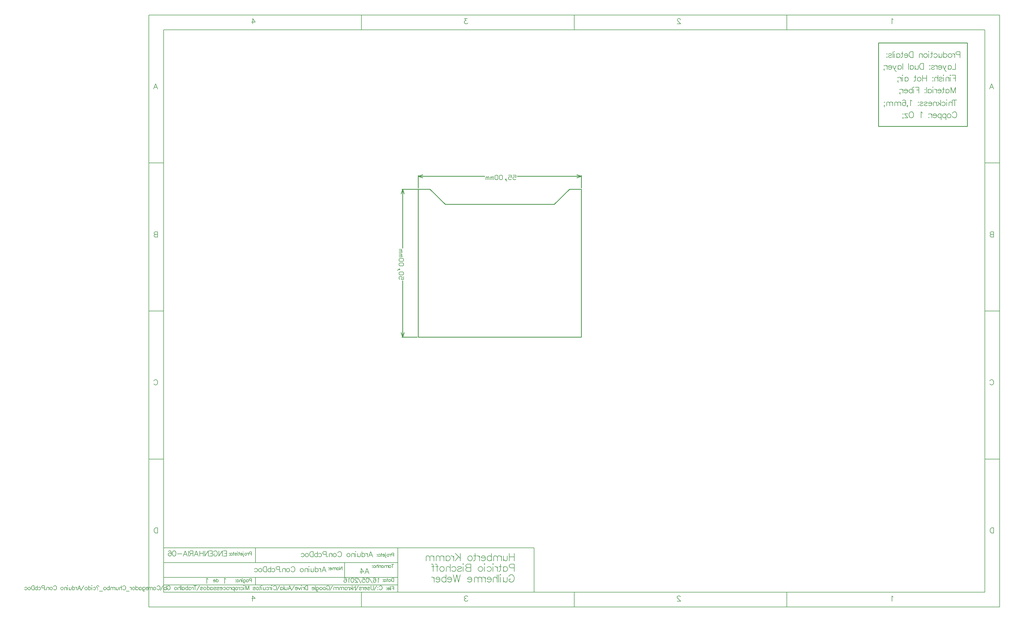
<source format=gko>
G04 Layer_Color=16711935*
%FSLAX44Y44*%
%MOMM*%
G71*
G01*
G75*
%ADD35C,0.2000*%
%ADD37C,0.2540*%
%ADD58C,0.1270*%
%ADD59C,0.1524*%
%ADD60C,0.1778*%
%ADD61C,0.1600*%
D35*
X-728800Y-730467D02*
Y-755462D01*
X-745463Y-730467D02*
Y-755462D01*
X-728800Y-742369D02*
X-745463D01*
X-752366Y-738799D02*
Y-750701D01*
X-753557Y-754271D01*
X-755937Y-755462D01*
X-759508D01*
X-761888Y-754271D01*
X-765459Y-750701D01*
Y-738799D02*
Y-755462D01*
X-772005Y-738799D02*
Y-755462D01*
Y-743559D02*
X-775576Y-739989D01*
X-777956Y-738799D01*
X-781527D01*
X-783907Y-739989D01*
X-785097Y-743559D01*
Y-755462D01*
Y-743559D02*
X-788668Y-739989D01*
X-791049Y-738799D01*
X-794619D01*
X-797000Y-739989D01*
X-798190Y-743559D01*
Y-755462D01*
X-806045Y-730467D02*
Y-755462D01*
Y-742369D02*
X-808426Y-739989D01*
X-810806Y-738799D01*
X-814377D01*
X-816757Y-739989D01*
X-819138Y-742369D01*
X-820328Y-745940D01*
Y-748320D01*
X-819138Y-751891D01*
X-816757Y-754271D01*
X-814377Y-755462D01*
X-810806D01*
X-808426Y-754271D01*
X-806045Y-751891D01*
X-825684Y-745940D02*
X-839967D01*
Y-743559D01*
X-838776Y-741179D01*
X-837586Y-739989D01*
X-835206Y-738799D01*
X-831635D01*
X-829255Y-739989D01*
X-826874Y-742369D01*
X-825684Y-745940D01*
Y-748320D01*
X-826874Y-751891D01*
X-829255Y-754271D01*
X-831635Y-755462D01*
X-835206D01*
X-837586Y-754271D01*
X-839967Y-751891D01*
X-845323Y-738799D02*
Y-755462D01*
Y-745940D02*
X-846513Y-742369D01*
X-848893Y-739989D01*
X-851274Y-738799D01*
X-854844D01*
X-860676Y-730467D02*
Y-750701D01*
X-861867Y-754271D01*
X-864247Y-755462D01*
X-866628D01*
X-857106Y-738799D02*
X-865437D01*
X-876149D02*
X-873769Y-739989D01*
X-871388Y-742369D01*
X-870198Y-745940D01*
Y-748320D01*
X-871388Y-751891D01*
X-873769Y-754271D01*
X-876149Y-755462D01*
X-879720D01*
X-882100Y-754271D01*
X-884481Y-751891D01*
X-885671Y-748320D01*
Y-745940D01*
X-884481Y-742369D01*
X-882100Y-739989D01*
X-879720Y-738799D01*
X-876149D01*
X-910785Y-730467D02*
Y-755462D01*
X-927448Y-730467D02*
X-910785Y-747130D01*
X-916736Y-741179D02*
X-927448Y-755462D01*
X-933042Y-738799D02*
Y-755462D01*
Y-745940D02*
X-934232Y-742369D01*
X-936613Y-739989D01*
X-938993Y-738799D01*
X-942564D01*
X-959108D02*
Y-755462D01*
Y-742369D02*
X-956727Y-739989D01*
X-954347Y-738799D01*
X-950776D01*
X-948396Y-739989D01*
X-946015Y-742369D01*
X-944825Y-745940D01*
Y-748320D01*
X-946015Y-751891D01*
X-948396Y-754271D01*
X-950776Y-755462D01*
X-954347D01*
X-956727Y-754271D01*
X-959108Y-751891D01*
X-965773Y-738799D02*
Y-755462D01*
Y-743559D02*
X-969344Y-739989D01*
X-971724Y-738799D01*
X-975295D01*
X-977675Y-739989D01*
X-978865Y-743559D01*
Y-755462D01*
Y-743559D02*
X-982436Y-739989D01*
X-984817Y-738799D01*
X-988387D01*
X-990768Y-739989D01*
X-991958Y-743559D01*
Y-755462D01*
X-999813Y-738799D02*
Y-755462D01*
Y-743559D02*
X-1003384Y-739989D01*
X-1005764Y-738799D01*
X-1009335D01*
X-1011715Y-739989D01*
X-1012906Y-743559D01*
Y-755462D01*
Y-743559D02*
X-1016476Y-739989D01*
X-1018857Y-738799D01*
X-1022428D01*
X-1024808Y-739989D01*
X-1025998Y-743559D01*
Y-755462D01*
X-728800Y-779543D02*
X-739512D01*
X-743083Y-778353D01*
X-744273Y-777163D01*
X-745463Y-774782D01*
Y-771212D01*
X-744273Y-768831D01*
X-743083Y-767641D01*
X-739512Y-766451D01*
X-728800D01*
Y-791445D01*
X-765340Y-774782D02*
Y-791445D01*
Y-778353D02*
X-762959Y-775973D01*
X-760579Y-774782D01*
X-757008D01*
X-754628Y-775973D01*
X-752247Y-778353D01*
X-751057Y-781924D01*
Y-784304D01*
X-752247Y-787875D01*
X-754628Y-790255D01*
X-757008Y-791445D01*
X-760579D01*
X-762959Y-790255D01*
X-765340Y-787875D01*
X-775576Y-766451D02*
Y-786684D01*
X-776766Y-790255D01*
X-779146Y-791445D01*
X-781527D01*
X-772005Y-774782D02*
X-780337D01*
X-785097D02*
Y-791445D01*
Y-781924D02*
X-786288Y-778353D01*
X-788668Y-775973D01*
X-791049Y-774782D01*
X-794619D01*
X-799261Y-766451D02*
X-800451Y-767641D01*
X-801641Y-766451D01*
X-800451Y-765260D01*
X-799261Y-766451D01*
X-800451Y-774782D02*
Y-791445D01*
X-820328Y-778353D02*
X-817947Y-775973D01*
X-815567Y-774782D01*
X-811996D01*
X-809616Y-775973D01*
X-807235Y-778353D01*
X-806045Y-781924D01*
Y-784304D01*
X-807235Y-787875D01*
X-809616Y-790255D01*
X-811996Y-791445D01*
X-815567D01*
X-817947Y-790255D01*
X-820328Y-787875D01*
X-828064Y-766451D02*
X-829255Y-767641D01*
X-830445Y-766451D01*
X-829255Y-765260D01*
X-828064Y-766451D01*
X-829255Y-774782D02*
Y-791445D01*
X-840800Y-774782D02*
X-838419Y-775973D01*
X-836039Y-778353D01*
X-834849Y-781924D01*
Y-784304D01*
X-836039Y-787875D01*
X-838419Y-790255D01*
X-840800Y-791445D01*
X-844370D01*
X-846751Y-790255D01*
X-849131Y-787875D01*
X-850322Y-784304D01*
Y-781924D01*
X-849131Y-778353D01*
X-846751Y-775973D01*
X-844370Y-774782D01*
X-840800D01*
X-875435Y-766451D02*
Y-791445D01*
Y-766451D02*
X-886147D01*
X-889718Y-767641D01*
X-890908Y-768831D01*
X-892098Y-771212D01*
Y-773592D01*
X-890908Y-775973D01*
X-889718Y-777163D01*
X-886147Y-778353D01*
X-875435D02*
X-886147D01*
X-889718Y-779543D01*
X-890908Y-780733D01*
X-892098Y-783114D01*
Y-786684D01*
X-890908Y-789065D01*
X-889718Y-790255D01*
X-886147Y-791445D01*
X-875435D01*
X-900073Y-766451D02*
X-901263Y-767641D01*
X-902453Y-766451D01*
X-901263Y-765260D01*
X-900073Y-766451D01*
X-901263Y-774782D02*
Y-791445D01*
X-919949Y-778353D02*
X-918759Y-775973D01*
X-915189Y-774782D01*
X-911618D01*
X-908047Y-775973D01*
X-906857Y-778353D01*
X-908047Y-780733D01*
X-910428Y-781924D01*
X-916379Y-783114D01*
X-918759Y-784304D01*
X-919949Y-786684D01*
Y-787875D01*
X-918759Y-790255D01*
X-915189Y-791445D01*
X-911618D01*
X-908047Y-790255D01*
X-906857Y-787875D01*
X-939469Y-778353D02*
X-937089Y-775973D01*
X-934708Y-774782D01*
X-931138D01*
X-928757Y-775973D01*
X-926377Y-778353D01*
X-925186Y-781924D01*
Y-784304D01*
X-926377Y-787875D01*
X-928757Y-790255D01*
X-931138Y-791445D01*
X-934708D01*
X-937089Y-790255D01*
X-939469Y-787875D01*
X-944825Y-766451D02*
Y-791445D01*
Y-779543D02*
X-948396Y-775973D01*
X-950776Y-774782D01*
X-954347D01*
X-956727Y-775973D01*
X-957917Y-779543D01*
Y-791445D01*
X-970415Y-774782D02*
X-968034Y-775973D01*
X-965654Y-778353D01*
X-964464Y-781924D01*
Y-784304D01*
X-965654Y-787875D01*
X-968034Y-790255D01*
X-970415Y-791445D01*
X-973986D01*
X-976366Y-790255D01*
X-978746Y-787875D01*
X-979937Y-784304D01*
Y-781924D01*
X-978746Y-778353D01*
X-976366Y-775973D01*
X-973986Y-774782D01*
X-970415D01*
X-994933Y-766451D02*
X-992553D01*
X-990173Y-767641D01*
X-988982Y-771212D01*
Y-791445D01*
X-985412Y-774782D02*
X-993743D01*
X-1008026Y-766451D02*
X-1005645D01*
X-1003265Y-767641D01*
X-1002075Y-771212D01*
Y-791445D01*
X-998504Y-774782D02*
X-1006836D01*
X-746653Y-808386D02*
X-745463Y-806005D01*
X-743083Y-803625D01*
X-740702Y-802434D01*
X-735941D01*
X-733561Y-803625D01*
X-731180Y-806005D01*
X-729990Y-808386D01*
X-728800Y-811956D01*
Y-817907D01*
X-729990Y-821478D01*
X-731180Y-823858D01*
X-733561Y-826239D01*
X-735941Y-827429D01*
X-740702D01*
X-743083Y-826239D01*
X-745463Y-823858D01*
X-746653Y-821478D01*
Y-817907D01*
X-740702D02*
X-746653D01*
X-752366Y-810766D02*
Y-822668D01*
X-753557Y-826239D01*
X-755937Y-827429D01*
X-759508D01*
X-761888Y-826239D01*
X-765459Y-822668D01*
Y-810766D02*
Y-827429D01*
X-774385Y-802434D02*
X-775576Y-803625D01*
X-776766Y-802434D01*
X-775576Y-801244D01*
X-774385Y-802434D01*
X-775576Y-810766D02*
Y-827429D01*
X-781170Y-802434D02*
Y-827429D01*
X-786407Y-802434D02*
Y-827429D01*
Y-815527D02*
X-789977Y-811956D01*
X-792358Y-810766D01*
X-795928D01*
X-798309Y-811956D01*
X-799499Y-815527D01*
Y-827429D01*
X-806045Y-817907D02*
X-820328D01*
Y-815527D01*
X-819138Y-813147D01*
X-817947Y-811956D01*
X-815567Y-810766D01*
X-811996D01*
X-809616Y-811956D01*
X-807235Y-814337D01*
X-806045Y-817907D01*
Y-820288D01*
X-807235Y-823858D01*
X-809616Y-826239D01*
X-811996Y-827429D01*
X-815567D01*
X-817947Y-826239D01*
X-820328Y-823858D01*
X-825684Y-810766D02*
Y-827429D01*
Y-817907D02*
X-826874Y-814337D01*
X-829255Y-811956D01*
X-831635Y-810766D01*
X-835206D01*
X-837467D02*
Y-827429D01*
Y-815527D02*
X-841038Y-811956D01*
X-843418Y-810766D01*
X-846989D01*
X-849369Y-811956D01*
X-850560Y-815527D01*
Y-827429D01*
Y-815527D02*
X-854130Y-811956D01*
X-856511Y-810766D01*
X-860081D01*
X-862462Y-811956D01*
X-863652Y-815527D01*
Y-827429D01*
X-871507Y-817907D02*
X-885790D01*
Y-815527D01*
X-884600Y-813147D01*
X-883410Y-811956D01*
X-881029Y-810766D01*
X-877459D01*
X-875078Y-811956D01*
X-872698Y-814337D01*
X-871507Y-817907D01*
Y-820288D01*
X-872698Y-823858D01*
X-875078Y-826239D01*
X-877459Y-827429D01*
X-881029D01*
X-883410Y-826239D01*
X-885790Y-823858D01*
X-910785Y-802434D02*
X-916736Y-827429D01*
X-922687Y-802434D02*
X-916736Y-827429D01*
X-922687Y-802434D02*
X-928638Y-827429D01*
X-934589Y-802434D02*
X-928638Y-827429D01*
X-939588Y-817907D02*
X-953871D01*
Y-815527D01*
X-952681Y-813147D01*
X-951490Y-811956D01*
X-949110Y-810766D01*
X-945539D01*
X-943159Y-811956D01*
X-940778Y-814337D01*
X-939588Y-817907D01*
Y-820288D01*
X-940778Y-823858D01*
X-943159Y-826239D01*
X-945539Y-827429D01*
X-949110D01*
X-951490Y-826239D01*
X-953871Y-823858D01*
X-959227Y-802434D02*
Y-827429D01*
Y-814337D02*
X-961607Y-811956D01*
X-963988Y-810766D01*
X-967558D01*
X-969939Y-811956D01*
X-972319Y-814337D01*
X-973509Y-817907D01*
Y-820288D01*
X-972319Y-823858D01*
X-969939Y-826239D01*
X-967558Y-827429D01*
X-963988D01*
X-961607Y-826239D01*
X-959227Y-823858D01*
X-978865Y-817907D02*
X-993148D01*
Y-815527D01*
X-991958Y-813147D01*
X-990768Y-811956D01*
X-988387Y-810766D01*
X-984817D01*
X-982436Y-811956D01*
X-980056Y-814337D01*
X-978865Y-817907D01*
Y-820288D01*
X-980056Y-823858D01*
X-982436Y-826239D01*
X-984817Y-827429D01*
X-988387D01*
X-990768Y-826239D01*
X-993148Y-823858D01*
X-998504Y-810766D02*
Y-827429D01*
Y-817907D02*
X-999694Y-814337D01*
X-1002075Y-811956D01*
X-1004455Y-810766D01*
X-1008026D01*
X774881Y954272D02*
X766311D01*
X763455Y955224D01*
X762502Y956176D01*
X761550Y958081D01*
Y960937D01*
X762502Y962842D01*
X763455Y963794D01*
X766311Y964746D01*
X774881D01*
Y944750D01*
X757075Y958081D02*
Y944750D01*
Y952368D02*
X756123Y955224D01*
X754218Y957129D01*
X752314Y958081D01*
X749457D01*
X742887D02*
X744792Y957129D01*
X746696Y955224D01*
X747648Y952368D01*
Y950463D01*
X746696Y947607D01*
X744792Y945703D01*
X742887Y944750D01*
X740031D01*
X738127Y945703D01*
X736222Y947607D01*
X735270Y950463D01*
Y952368D01*
X736222Y955224D01*
X738127Y957129D01*
X740031Y958081D01*
X742887D01*
X719464Y964746D02*
Y944750D01*
Y955224D02*
X721368Y957129D01*
X723273Y958081D01*
X726129D01*
X728034Y957129D01*
X729938Y955224D01*
X730890Y952368D01*
Y950463D01*
X729938Y947607D01*
X728034Y945703D01*
X726129Y944750D01*
X723273D01*
X721368Y945703D01*
X719464Y947607D01*
X714132Y958081D02*
Y948559D01*
X713180Y945703D01*
X711275Y944750D01*
X708419D01*
X706514Y945703D01*
X703658Y948559D01*
Y958081D02*
Y944750D01*
X686995Y955224D02*
X688899Y957129D01*
X690803Y958081D01*
X693660D01*
X695564Y957129D01*
X697469Y955224D01*
X698421Y952368D01*
Y950463D01*
X697469Y947607D01*
X695564Y945703D01*
X693660Y944750D01*
X690803D01*
X688899Y945703D01*
X686995Y947607D01*
X679853Y964746D02*
Y948559D01*
X678901Y945703D01*
X676997Y944750D01*
X675092D01*
X682710Y958081D02*
X676045D01*
X670332Y964746D02*
X669380Y963794D01*
X668427Y964746D01*
X669380Y965698D01*
X670332Y964746D01*
X669380Y958081D02*
Y944750D01*
X660143Y958081D02*
X662048Y957129D01*
X663952Y955224D01*
X664904Y952368D01*
Y950463D01*
X663952Y947607D01*
X662048Y945703D01*
X660143Y944750D01*
X657287D01*
X655383Y945703D01*
X653478Y947607D01*
X652526Y950463D01*
Y952368D01*
X653478Y955224D01*
X655383Y957129D01*
X657287Y958081D01*
X660143D01*
X648146D02*
Y944750D01*
Y954272D02*
X645289Y957129D01*
X643385Y958081D01*
X640528D01*
X638624Y957129D01*
X637672Y954272D01*
Y944750D01*
X616724Y964746D02*
Y944750D01*
Y964746D02*
X610059D01*
X607202Y963794D01*
X605298Y961889D01*
X604346Y959985D01*
X603394Y957129D01*
Y952368D01*
X604346Y949511D01*
X605298Y947607D01*
X607202Y945703D01*
X610059Y944750D01*
X616724D01*
X598918Y952368D02*
X587492D01*
Y954272D01*
X588444Y956176D01*
X589397Y957129D01*
X591301Y958081D01*
X594157D01*
X596062Y957129D01*
X597966Y955224D01*
X598918Y952368D01*
Y950463D01*
X597966Y947607D01*
X596062Y945703D01*
X594157Y944750D01*
X591301D01*
X589397Y945703D01*
X587492Y947607D01*
X580351Y964746D02*
Y948559D01*
X579399Y945703D01*
X577494Y944750D01*
X575590D01*
X583207Y958081D02*
X576542D01*
X561307D02*
Y944750D01*
Y955224D02*
X563212Y957129D01*
X565116Y958081D01*
X567973D01*
X569877Y957129D01*
X571781Y955224D01*
X572733Y952368D01*
Y950463D01*
X571781Y947607D01*
X569877Y945703D01*
X567973Y944750D01*
X565116D01*
X563212Y945703D01*
X561307Y947607D01*
X554071Y964746D02*
X553119Y963794D01*
X552166Y964746D01*
X553119Y965698D01*
X554071Y964746D01*
X553119Y958081D02*
Y944750D01*
X548643Y964746D02*
Y944750D01*
X533980Y955224D02*
X534932Y957129D01*
X537789Y958081D01*
X540645D01*
X543502Y957129D01*
X544454Y955224D01*
X543502Y953320D01*
X541597Y952368D01*
X536836Y951415D01*
X534932Y950463D01*
X533980Y948559D01*
Y947607D01*
X534932Y945703D01*
X537789Y944750D01*
X540645D01*
X543502Y945703D01*
X544454Y947607D01*
X528838Y958081D02*
X529790Y957129D01*
X528838Y956176D01*
X527886Y957129D01*
X528838Y958081D01*
Y946655D02*
X529790Y945703D01*
X528838Y944750D01*
X527886Y945703D01*
X528838Y946655D01*
X759881Y924746D02*
Y904750D01*
X748455D01*
X734838Y918081D02*
Y904750D01*
Y915224D02*
X736743Y917129D01*
X738647Y918081D01*
X741504D01*
X743408Y917129D01*
X745312Y915224D01*
X746264Y912368D01*
Y910463D01*
X745312Y907607D01*
X743408Y905703D01*
X741504Y904750D01*
X738647D01*
X736743Y905703D01*
X734838Y907607D01*
X728554Y918081D02*
X722841Y904750D01*
X717128Y918081D02*
X722841Y904750D01*
X724745Y900942D01*
X726650Y899037D01*
X728554Y898085D01*
X729506D01*
X713795Y912368D02*
X702369D01*
Y914272D01*
X703321Y916176D01*
X704274Y917129D01*
X706178Y918081D01*
X709034D01*
X710939Y917129D01*
X712843Y915224D01*
X713795Y912368D01*
Y910463D01*
X712843Y907607D01*
X710939Y905703D01*
X709034Y904750D01*
X706178D01*
X704274Y905703D01*
X702369Y907607D01*
X698084Y918081D02*
Y904750D01*
Y912368D02*
X697132Y915224D01*
X695228Y917129D01*
X693324Y918081D01*
X690467D01*
X678184Y915224D02*
X679136Y917129D01*
X681993Y918081D01*
X684849D01*
X687706Y917129D01*
X688658Y915224D01*
X687706Y913320D01*
X685801Y912368D01*
X681040Y911415D01*
X679136Y910463D01*
X678184Y908559D01*
Y907607D01*
X679136Y905703D01*
X681993Y904750D01*
X684849D01*
X687706Y905703D01*
X688658Y907607D01*
X673042Y918081D02*
X673994Y917129D01*
X673042Y916176D01*
X672090Y917129D01*
X673042Y918081D01*
Y906655D02*
X673994Y905703D01*
X673042Y904750D01*
X672090Y905703D01*
X673042Y906655D01*
X651999Y924746D02*
Y904750D01*
Y924746D02*
X645334D01*
X642477Y923794D01*
X640573Y921889D01*
X639621Y919985D01*
X638669Y917129D01*
Y912368D01*
X639621Y909511D01*
X640573Y907607D01*
X642477Y905703D01*
X645334Y904750D01*
X651999D01*
X634193Y918081D02*
Y908559D01*
X633241Y905703D01*
X631337Y904750D01*
X628480D01*
X626576Y905703D01*
X623719Y908559D01*
Y918081D02*
Y904750D01*
X607056Y918081D02*
Y904750D01*
Y915224D02*
X608961Y917129D01*
X610865Y918081D01*
X613722D01*
X615626Y917129D01*
X617530Y915224D01*
X618482Y912368D01*
Y910463D01*
X617530Y907607D01*
X615626Y905703D01*
X613722Y904750D01*
X610865D01*
X608961Y905703D01*
X607056Y907607D01*
X601724Y924746D02*
Y904750D01*
X581824Y924746D02*
Y904750D01*
X566208Y918081D02*
Y904750D01*
Y915224D02*
X568112Y917129D01*
X570017Y918081D01*
X572873D01*
X574777Y917129D01*
X576682Y915224D01*
X577634Y912368D01*
Y910463D01*
X576682Y907607D01*
X574777Y905703D01*
X572873Y904750D01*
X570017D01*
X568112Y905703D01*
X566208Y907607D01*
X559924Y918081D02*
X554211Y904750D01*
X548497Y918081D02*
X554211Y904750D01*
X556115Y900942D01*
X558019Y899037D01*
X559924Y898085D01*
X560876D01*
X545165Y912368D02*
X533739D01*
Y914272D01*
X534691Y916176D01*
X535643Y917129D01*
X537547Y918081D01*
X540404D01*
X542308Y917129D01*
X544213Y915224D01*
X545165Y912368D01*
Y910463D01*
X544213Y907607D01*
X542308Y905703D01*
X540404Y904750D01*
X537547D01*
X535643Y905703D01*
X533739Y907607D01*
X529454Y918081D02*
Y904750D01*
Y912368D02*
X528502Y915224D01*
X526597Y917129D01*
X524693Y918081D01*
X521837D01*
X519075D02*
X520027Y917129D01*
X519075Y916176D01*
X518123Y917129D01*
X519075Y918081D01*
X518123Y905703D02*
X519075Y904750D01*
X520027Y905703D01*
X519075Y906655D01*
X518123Y905703D01*
Y903798D01*
X519075Y901894D01*
X520027Y900942D01*
X759881Y884746D02*
Y864750D01*
Y884746D02*
X747502D01*
X759881Y875224D02*
X752263D01*
X743313Y884746D02*
X742361Y883794D01*
X741408Y884746D01*
X742361Y885698D01*
X743313Y884746D01*
X742361Y878081D02*
Y864750D01*
X737885Y878081D02*
Y864750D01*
Y874272D02*
X735029Y877129D01*
X733124Y878081D01*
X730268D01*
X728364Y877129D01*
X727411Y874272D01*
Y864750D01*
X720270Y884746D02*
X719318Y883794D01*
X718366Y884746D01*
X719318Y885698D01*
X720270Y884746D01*
X719318Y878081D02*
Y864750D01*
X704369Y875224D02*
X705321Y877129D01*
X708177Y878081D01*
X711034D01*
X713891Y877129D01*
X714843Y875224D01*
X713891Y873320D01*
X711986Y872368D01*
X707225Y871415D01*
X705321Y870463D01*
X704369Y868559D01*
Y867607D01*
X705321Y865703D01*
X708177Y864750D01*
X711034D01*
X713891Y865703D01*
X714843Y867607D01*
X700179Y884746D02*
Y864750D01*
Y874272D02*
X697323Y877129D01*
X695418Y878081D01*
X692562D01*
X690657Y877129D01*
X689705Y874272D01*
Y864750D01*
X683516Y878081D02*
X684468Y877129D01*
X683516Y876176D01*
X682564Y877129D01*
X683516Y878081D01*
Y866655D02*
X684468Y865703D01*
X683516Y864750D01*
X682564Y865703D01*
X683516Y866655D01*
X662473Y884746D02*
Y864750D01*
X649143Y884746D02*
Y864750D01*
X662473Y875224D02*
X649143D01*
X638859Y878081D02*
X640763Y877129D01*
X642668Y875224D01*
X643620Y872368D01*
Y870463D01*
X642668Y867607D01*
X640763Y865703D01*
X638859Y864750D01*
X636003D01*
X634098Y865703D01*
X632194Y867607D01*
X631242Y870463D01*
Y872368D01*
X632194Y875224D01*
X634098Y877129D01*
X636003Y878081D01*
X638859D01*
X624005Y884746D02*
Y868559D01*
X623053Y865703D01*
X621148Y864750D01*
X619244D01*
X626862Y878081D02*
X620196D01*
X589251D02*
Y864750D01*
Y875224D02*
X591155Y877129D01*
X593059Y878081D01*
X595916D01*
X597820Y877129D01*
X599725Y875224D01*
X600677Y872368D01*
Y870463D01*
X599725Y867607D01*
X597820Y865703D01*
X595916Y864750D01*
X593059D01*
X591155Y865703D01*
X589251Y867607D01*
X582014Y884746D02*
X581062Y883794D01*
X580110Y884746D01*
X581062Y885698D01*
X582014Y884746D01*
X581062Y878081D02*
Y864750D01*
X576587Y878081D02*
Y864750D01*
Y872368D02*
X575634Y875224D01*
X573730Y877129D01*
X571826Y878081D01*
X568969D01*
X566208D02*
X567160Y877129D01*
X566208Y876176D01*
X565256Y877129D01*
X566208Y878081D01*
X565256Y865703D02*
X566208Y864750D01*
X567160Y865703D01*
X566208Y866655D01*
X565256Y865703D01*
Y863798D01*
X566208Y861894D01*
X567160Y860942D01*
X759881Y844746D02*
Y824750D01*
Y844746D02*
X752263Y824750D01*
X744646Y844746D02*
X752263Y824750D01*
X744646Y844746D02*
Y824750D01*
X727507Y838081D02*
Y824750D01*
Y835224D02*
X729411Y837129D01*
X731315Y838081D01*
X734172D01*
X736076Y837129D01*
X737981Y835224D01*
X738933Y832368D01*
Y830463D01*
X737981Y827607D01*
X736076Y825702D01*
X734172Y824750D01*
X731315D01*
X729411Y825702D01*
X727507Y827607D01*
X719318Y844746D02*
Y828559D01*
X718366Y825702D01*
X716461Y824750D01*
X714557D01*
X722175Y838081D02*
X715509D01*
X711701Y832368D02*
X700274D01*
Y834272D01*
X701227Y836176D01*
X702179Y837129D01*
X704083Y838081D01*
X706940D01*
X708844Y837129D01*
X710748Y835224D01*
X711701Y832368D01*
Y830463D01*
X710748Y827607D01*
X708844Y825702D01*
X706940Y824750D01*
X704083D01*
X702179Y825702D01*
X700274Y827607D01*
X695990Y838081D02*
Y824750D01*
Y832368D02*
X695037Y835224D01*
X693133Y837129D01*
X691229Y838081D01*
X688372D01*
X684659Y844746D02*
X683707Y843794D01*
X682754Y844746D01*
X683707Y845698D01*
X684659Y844746D01*
X683707Y838081D02*
Y824750D01*
X667805Y838081D02*
Y824750D01*
Y835224D02*
X669709Y837129D01*
X671614Y838081D01*
X674470D01*
X676375Y837129D01*
X678279Y835224D01*
X679231Y832368D01*
Y830463D01*
X678279Y827607D01*
X676375Y825702D01*
X674470Y824750D01*
X671614D01*
X669709Y825702D01*
X667805Y827607D01*
X662473Y844746D02*
Y824750D01*
X657331Y838081D02*
X658283Y837129D01*
X657331Y836176D01*
X656379Y837129D01*
X657331Y838081D01*
Y826655D02*
X658283Y825702D01*
X657331Y824750D01*
X656379Y825702D01*
X657331Y826655D01*
X636288Y844746D02*
Y824750D01*
Y844746D02*
X623910D01*
X636288Y835224D02*
X628671D01*
X619720Y844746D02*
X618768Y843794D01*
X617816Y844746D01*
X618768Y845698D01*
X619720Y844746D01*
X618768Y838081D02*
Y824750D01*
X614293Y844746D02*
Y824750D01*
Y835224D02*
X612388Y837129D01*
X610484Y838081D01*
X607628D01*
X605723Y837129D01*
X603819Y835224D01*
X602867Y832368D01*
Y830463D01*
X603819Y827607D01*
X605723Y825702D01*
X607628Y824750D01*
X610484D01*
X612388Y825702D01*
X614293Y827607D01*
X598582Y832368D02*
X587156D01*
Y834272D01*
X588108Y836176D01*
X589060Y837129D01*
X590965Y838081D01*
X593821D01*
X595725Y837129D01*
X597630Y835224D01*
X598582Y832368D01*
Y830463D01*
X597630Y827607D01*
X595725Y825702D01*
X593821Y824750D01*
X590965D01*
X589060Y825702D01*
X587156Y827607D01*
X582871Y838081D02*
Y824750D01*
Y832368D02*
X581919Y835224D01*
X580014Y837129D01*
X578110Y838081D01*
X575254D01*
X572492D02*
X573444Y837129D01*
X572492Y836176D01*
X571540Y837129D01*
X572492Y838081D01*
X571540Y825702D02*
X572492Y824750D01*
X573444Y825702D01*
X572492Y826655D01*
X571540Y825702D01*
Y823798D01*
X572492Y821894D01*
X573444Y820942D01*
X757465Y801496D02*
Y781500D01*
X764131Y801496D02*
X750800D01*
X748420D02*
Y781500D01*
Y791022D02*
X745563Y793879D01*
X743659Y794831D01*
X740802D01*
X738898Y793879D01*
X737946Y791022D01*
Y781500D01*
X730805Y801496D02*
X729852Y800544D01*
X728900Y801496D01*
X729852Y802448D01*
X730805Y801496D01*
X729852Y794831D02*
Y781500D01*
X713951Y791974D02*
X715855Y793879D01*
X717760Y794831D01*
X720616D01*
X722521Y793879D01*
X724425Y791974D01*
X725377Y789118D01*
Y787213D01*
X724425Y784357D01*
X722521Y782452D01*
X720616Y781500D01*
X717760D01*
X715855Y782452D01*
X713951Y784357D01*
X709666Y801496D02*
Y781500D01*
X700144Y794831D02*
X709666Y785309D01*
X705857Y789118D02*
X699192Y781500D01*
X696050Y794831D02*
Y781500D01*
Y791022D02*
X693194Y793879D01*
X691289Y794831D01*
X688433D01*
X686528Y793879D01*
X685576Y791022D01*
Y781500D01*
X680339Y789118D02*
X668913D01*
Y791022D01*
X669865Y792926D01*
X670817Y793879D01*
X672722Y794831D01*
X675578D01*
X677483Y793879D01*
X679387Y791974D01*
X680339Y789118D01*
Y787213D01*
X679387Y784357D01*
X677483Y782452D01*
X675578Y781500D01*
X672722D01*
X670817Y782452D01*
X668913Y784357D01*
X654154Y791974D02*
X655106Y793879D01*
X657963Y794831D01*
X660819D01*
X663676Y793879D01*
X664628Y791974D01*
X663676Y790070D01*
X661772Y789118D01*
X657011Y788166D01*
X655106Y787213D01*
X654154Y785309D01*
Y784357D01*
X655106Y782452D01*
X657963Y781500D01*
X660819D01*
X663676Y782452D01*
X664628Y784357D01*
X639491Y791974D02*
X640443Y793879D01*
X643299Y794831D01*
X646156D01*
X649013Y793879D01*
X649965Y791974D01*
X649013Y790070D01*
X647108Y789118D01*
X642347Y788166D01*
X640443Y787213D01*
X639491Y785309D01*
Y784357D01*
X640443Y782452D01*
X643299Y781500D01*
X646156D01*
X649013Y782452D01*
X649965Y784357D01*
X634349Y794831D02*
X635301Y793879D01*
X634349Y792926D01*
X633397Y793879D01*
X634349Y794831D01*
Y783405D02*
X635301Y782452D01*
X634349Y781500D01*
X633397Y782452D01*
X634349Y783405D01*
X613306Y797687D02*
X611401Y798640D01*
X608545Y801496D01*
Y781500D01*
X596738Y782452D02*
X597690Y781500D01*
X598642Y782452D01*
X597690Y783405D01*
X596738Y782452D01*
Y780548D01*
X597690Y778644D01*
X598642Y777692D01*
X580932Y798640D02*
X581884Y800544D01*
X584741Y801496D01*
X586645D01*
X589501Y800544D01*
X591406Y797687D01*
X592358Y792926D01*
Y788166D01*
X591406Y784357D01*
X589501Y782452D01*
X586645Y781500D01*
X585693D01*
X582836Y782452D01*
X580932Y784357D01*
X579980Y787213D01*
Y788166D01*
X580932Y791022D01*
X582836Y792926D01*
X585693Y793879D01*
X586645D01*
X589501Y792926D01*
X591406Y791022D01*
X592358Y788166D01*
X575600Y794831D02*
Y781500D01*
Y791022D02*
X572743Y793879D01*
X570839Y794831D01*
X567982D01*
X566078Y793879D01*
X565126Y791022D01*
Y781500D01*
Y791022D02*
X562269Y793879D01*
X560365Y794831D01*
X557508D01*
X555604Y793879D01*
X554652Y791022D01*
Y781500D01*
X548367Y794831D02*
Y781500D01*
Y791022D02*
X545511Y793879D01*
X543606Y794831D01*
X540750D01*
X538846Y793879D01*
X537893Y791022D01*
Y781500D01*
Y791022D02*
X535037Y793879D01*
X533133Y794831D01*
X530276D01*
X528372Y793879D01*
X527420Y791022D01*
Y781500D01*
X520183Y794831D02*
X521135Y793879D01*
X520183Y792926D01*
X519231Y793879D01*
X520183Y794831D01*
X519231Y782452D02*
X520183Y781500D01*
X521135Y782452D01*
X520183Y783405D01*
X519231Y782452D01*
Y780548D01*
X520183Y778644D01*
X521135Y777692D01*
X749848Y756485D02*
X750800Y758390D01*
X752704Y760294D01*
X754609Y761246D01*
X758418D01*
X760322Y760294D01*
X762226Y758390D01*
X763178Y756485D01*
X764131Y753629D01*
Y748868D01*
X763178Y746011D01*
X762226Y744107D01*
X760322Y742203D01*
X758418Y741250D01*
X754609D01*
X752704Y742203D01*
X750800Y744107D01*
X749848Y746011D01*
X739469Y754581D02*
X741374Y753629D01*
X743278Y751724D01*
X744230Y748868D01*
Y746963D01*
X743278Y744107D01*
X741374Y742203D01*
X739469Y741250D01*
X736613D01*
X734708Y742203D01*
X732804Y744107D01*
X731852Y746963D01*
Y748868D01*
X732804Y751724D01*
X734708Y753629D01*
X736613Y754581D01*
X739469D01*
X727472D02*
Y734585D01*
Y751724D02*
X725567Y753629D01*
X723663Y754581D01*
X720807D01*
X718902Y753629D01*
X716998Y751724D01*
X716046Y748868D01*
Y746963D01*
X716998Y744107D01*
X718902Y742203D01*
X720807Y741250D01*
X723663D01*
X725567Y742203D01*
X727472Y744107D01*
X711761Y754581D02*
Y734585D01*
Y751724D02*
X709857Y753629D01*
X707952Y754581D01*
X705096D01*
X703191Y753629D01*
X701287Y751724D01*
X700335Y748868D01*
Y746963D01*
X701287Y744107D01*
X703191Y742203D01*
X705096Y741250D01*
X707952D01*
X709857Y742203D01*
X711761Y744107D01*
X696050Y748868D02*
X684624D01*
Y750772D01*
X685576Y752676D01*
X686528Y753629D01*
X688433Y754581D01*
X691289D01*
X693194Y753629D01*
X695098Y751724D01*
X696050Y748868D01*
Y746963D01*
X695098Y744107D01*
X693194Y742203D01*
X691289Y741250D01*
X688433D01*
X686528Y742203D01*
X684624Y744107D01*
X680339Y754581D02*
Y741250D01*
Y748868D02*
X679387Y751724D01*
X677483Y753629D01*
X675578Y754581D01*
X672722D01*
X669960D02*
X670913Y753629D01*
X669960Y752676D01*
X669008Y753629D01*
X669960Y754581D01*
Y743155D02*
X670913Y742203D01*
X669960Y741250D01*
X669008Y742203D01*
X669960Y743155D01*
X648917Y757437D02*
X647013Y758390D01*
X644156Y761246D01*
Y741250D01*
X612830Y761246D02*
X614734Y760294D01*
X616638Y758390D01*
X617591Y756485D01*
X618543Y753629D01*
Y748868D01*
X617591Y746011D01*
X616638Y744107D01*
X614734Y742203D01*
X612830Y741250D01*
X609021D01*
X607117Y742203D01*
X605212Y744107D01*
X604260Y746011D01*
X603308Y748868D01*
Y753629D01*
X604260Y756485D01*
X605212Y758390D01*
X607117Y760294D01*
X609021Y761246D01*
X612830D01*
X588168Y754581D02*
X598642Y741250D01*
Y754581D02*
X588168D01*
X598642Y741250D02*
X588168D01*
X583027Y754581D02*
X583979Y753629D01*
X583027Y752676D01*
X582074Y753629D01*
X583027Y754581D01*
X582074Y742203D02*
X583027Y741250D01*
X583979Y742203D01*
X583027Y743155D01*
X582074Y742203D01*
Y740298D01*
X583027Y738394D01*
X583979Y737442D01*
D37*
X-1052800Y503810D02*
Y546540D01*
X-502800Y503810D02*
Y546540D01*
X-828584Y544000D02*
X-1052800D01*
X-502800D02*
X-718888D01*
X-1037560Y549080D02*
X-1052800Y544000D01*
X-1037560Y538920D02*
X-1052800Y544000D01*
X-502800D02*
X-518040Y538920D01*
X-502800Y544000D02*
X-518040Y549080D01*
X-1056610Y0D02*
X-1108340D01*
X-1016610Y500000D02*
X-1108340D01*
X-1105800Y0D02*
Y191088D01*
Y300784D02*
Y500000D01*
Y0D02*
X-1110880Y15240D01*
X-1100720D02*
X-1105800Y0D01*
X-1100720Y484760D02*
X-1105800Y500000D01*
X-1110880Y484760D01*
X799881Y712750D02*
X499881D01*
X799881D02*
Y994750D01*
X499881D01*
Y712750D02*
Y994750D01*
X-502800Y0D02*
X-1052800D01*
Y500000D01*
X-502800Y0D02*
Y500000D01*
X-593800Y449000D02*
X-961800D01*
X-1012800Y500000D01*
X-1052800D01*
X-542800D02*
X-593800Y449000D01*
X-502800Y500000D02*
X-542800D01*
D58*
X-1601400Y-836600D02*
Y-811600D01*
Y-761600D02*
Y-711600D01*
X-1301400Y-811600D02*
Y-761600D01*
X-1121400Y-836600D02*
X-1911400D01*
X-1121400Y-811600D02*
X-1911400D01*
X-1121400Y-761600D02*
X-1911400D01*
X-1121400Y-861600D02*
Y-711600D01*
X-661400D02*
X-1911400D01*
X-661400Y-861600D02*
Y-711600D01*
X-1243900Y1038400D02*
Y1088400D01*
Y-911600D02*
Y-861600D01*
X908600Y-911600D02*
Y1088400D01*
X858600Y-861600D02*
Y1038400D01*
Y-861600D02*
X-1911400D01*
Y1038400D01*
X858600D02*
X-1911400D01*
X908600Y-911600D02*
X-1961400D01*
Y1088400D01*
X908600D02*
X-1961400D01*
X908600Y-411600D02*
X858600D01*
X908600Y88400D02*
X858600D01*
X908600Y588400D02*
X858600D01*
X-1911400Y-411600D02*
X-1961400D01*
X-1911400Y88400D02*
X-1961400D01*
X-1911400Y588400D02*
X-1961400D01*
X191100Y1038400D02*
Y1088400D01*
Y-911600D02*
Y-861600D01*
X-526400Y-911600D02*
Y-861600D01*
Y1038400D02*
Y1088400D01*
X-1733810Y-815760D02*
Y-827187D01*
Y-821201D02*
X-1732721Y-820113D01*
X-1731633Y-819569D01*
X-1730000D01*
X-1728912Y-820113D01*
X-1727824Y-821201D01*
X-1727280Y-822834D01*
Y-823922D01*
X-1727824Y-825555D01*
X-1728912Y-826643D01*
X-1730000Y-827187D01*
X-1731633D01*
X-1732721Y-826643D01*
X-1733810Y-825555D01*
X-1736857Y-822834D02*
X-1743387D01*
Y-821746D01*
X-1742843Y-820657D01*
X-1742298Y-820113D01*
X-1741210Y-819569D01*
X-1739578D01*
X-1738489Y-820113D01*
X-1737401Y-821201D01*
X-1736857Y-822834D01*
Y-823922D01*
X-1737401Y-825555D01*
X-1738489Y-826643D01*
X-1739578Y-827187D01*
X-1741210D01*
X-1742298Y-826643D01*
X-1743387Y-825555D01*
X-1615520Y-821746D02*
X-1620417D01*
X-1622050Y-821201D01*
X-1622594Y-820657D01*
X-1623138Y-819569D01*
Y-817936D01*
X-1622594Y-816848D01*
X-1622050Y-816304D01*
X-1620417Y-815760D01*
X-1615520D01*
Y-827187D01*
X-1632225Y-819569D02*
Y-827187D01*
Y-821201D02*
X-1631137Y-820113D01*
X-1630049Y-819569D01*
X-1628416D01*
X-1627328Y-820113D01*
X-1626240Y-821201D01*
X-1625695Y-822834D01*
Y-823922D01*
X-1626240Y-825555D01*
X-1627328Y-826643D01*
X-1628416Y-827187D01*
X-1630049D01*
X-1631137Y-826643D01*
X-1632225Y-825555D01*
X-1641803Y-819569D02*
Y-828276D01*
X-1641259Y-829908D01*
X-1640715Y-830452D01*
X-1639626Y-830996D01*
X-1637994D01*
X-1636905Y-830452D01*
X-1641803Y-821201D02*
X-1640715Y-820113D01*
X-1639626Y-819569D01*
X-1637994D01*
X-1636905Y-820113D01*
X-1635817Y-821201D01*
X-1635273Y-822834D01*
Y-823922D01*
X-1635817Y-825555D01*
X-1636905Y-826643D01*
X-1637994Y-827187D01*
X-1639626D01*
X-1640715Y-826643D01*
X-1641803Y-825555D01*
X-1645939Y-815760D02*
X-1646483Y-816304D01*
X-1647027Y-815760D01*
X-1646483Y-815216D01*
X-1645939Y-815760D01*
X-1646483Y-819569D02*
Y-827187D01*
X-1649040Y-819569D02*
Y-827187D01*
Y-821746D02*
X-1650673Y-820113D01*
X-1651761Y-819569D01*
X-1653394D01*
X-1654482Y-820113D01*
X-1655026Y-821746D01*
Y-827187D01*
X-1664549Y-819569D02*
Y-827187D01*
Y-821201D02*
X-1663461Y-820113D01*
X-1662372Y-819569D01*
X-1660740D01*
X-1659652Y-820113D01*
X-1658563Y-821201D01*
X-1658019Y-822834D01*
Y-823922D01*
X-1658563Y-825555D01*
X-1659652Y-826643D01*
X-1660740Y-827187D01*
X-1662372D01*
X-1663461Y-826643D01*
X-1664549Y-825555D01*
X-1668141Y-819569D02*
X-1667596Y-820113D01*
X-1668141Y-820657D01*
X-1668685Y-820113D01*
X-1668141Y-819569D01*
Y-826099D02*
X-1667596Y-826643D01*
X-1668141Y-827187D01*
X-1668685Y-826643D01*
X-1668141Y-826099D01*
X-1615520Y-731576D02*
X-1620417D01*
X-1622050Y-731031D01*
X-1622594Y-730487D01*
X-1623138Y-729399D01*
Y-727766D01*
X-1622594Y-726678D01*
X-1622050Y-726134D01*
X-1620417Y-725590D01*
X-1615520D01*
Y-737017D01*
X-1625695Y-729399D02*
Y-737017D01*
Y-732664D02*
X-1626240Y-731031D01*
X-1627328Y-729943D01*
X-1628416Y-729399D01*
X-1630049D01*
X-1633804D02*
X-1632715Y-729943D01*
X-1631627Y-731031D01*
X-1631083Y-732664D01*
Y-733752D01*
X-1631627Y-735385D01*
X-1632715Y-736473D01*
X-1633804Y-737017D01*
X-1635436D01*
X-1636524Y-736473D01*
X-1637613Y-735385D01*
X-1638157Y-733752D01*
Y-732664D01*
X-1637613Y-731031D01*
X-1636524Y-729943D01*
X-1635436Y-729399D01*
X-1633804D01*
X-1642837Y-725590D02*
X-1643381Y-726134D01*
X-1643925Y-725590D01*
X-1643381Y-725045D01*
X-1642837Y-725590D01*
X-1643381Y-729399D02*
Y-738650D01*
X-1642837Y-740282D01*
X-1641748Y-740826D01*
X-1640660D01*
X-1646047Y-732664D02*
X-1652577D01*
Y-731576D01*
X-1652033Y-730487D01*
X-1651489Y-729943D01*
X-1650401Y-729399D01*
X-1648768D01*
X-1647680Y-729943D01*
X-1646591Y-731031D01*
X-1646047Y-732664D01*
Y-733752D01*
X-1646591Y-735385D01*
X-1647680Y-736473D01*
X-1648768Y-737017D01*
X-1650401D01*
X-1651489Y-736473D01*
X-1652577Y-735385D01*
X-1656659Y-725590D02*
Y-734841D01*
X-1657203Y-736473D01*
X-1658291Y-737017D01*
X-1659379D01*
X-1655026Y-729399D02*
X-1658835D01*
X-1662100Y-725590D02*
X-1662645Y-726134D01*
X-1663189Y-725590D01*
X-1662645Y-725045D01*
X-1662100Y-725590D01*
X-1662645Y-729399D02*
Y-737017D01*
X-1671188Y-731031D02*
X-1670644Y-729943D01*
X-1669011Y-729399D01*
X-1667379D01*
X-1665746Y-729943D01*
X-1665202Y-731031D01*
X-1665746Y-732120D01*
X-1666835Y-732664D01*
X-1669555Y-733208D01*
X-1670644Y-733752D01*
X-1671188Y-734841D01*
Y-735385D01*
X-1670644Y-736473D01*
X-1669011Y-737017D01*
X-1667379D01*
X-1665746Y-736473D01*
X-1665202Y-735385D01*
X-1675215Y-725590D02*
Y-734841D01*
X-1675759Y-736473D01*
X-1676847Y-737017D01*
X-1677936D01*
X-1673582Y-729399D02*
X-1677392D01*
X-1686098D02*
Y-737017D01*
Y-731031D02*
X-1685010Y-729943D01*
X-1683922Y-729399D01*
X-1682289D01*
X-1681201Y-729943D01*
X-1680112Y-731031D01*
X-1679568Y-732664D01*
Y-733752D01*
X-1680112Y-735385D01*
X-1681201Y-736473D01*
X-1682289Y-737017D01*
X-1683922D01*
X-1685010Y-736473D01*
X-1686098Y-735385D01*
X-1689690Y-729399D02*
X-1689146Y-729943D01*
X-1689690Y-730487D01*
X-1690234Y-729943D01*
X-1689690Y-729399D01*
Y-735929D02*
X-1689146Y-736473D01*
X-1689690Y-737017D01*
X-1690234Y-736473D01*
X-1689690Y-735929D01*
X-1135460Y-842430D02*
Y-853857D01*
Y-842430D02*
X-1142534D01*
X-1135460Y-847871D02*
X-1139813D01*
X-1144928Y-842430D02*
X-1145472Y-842974D01*
X-1146016Y-842430D01*
X-1145472Y-841886D01*
X-1144928Y-842430D01*
X-1145472Y-846239D02*
Y-853857D01*
X-1148030Y-842430D02*
Y-853857D01*
X-1150424Y-849504D02*
X-1156954D01*
Y-848416D01*
X-1156410Y-847327D01*
X-1155866Y-846783D01*
X-1154778Y-846239D01*
X-1153145D01*
X-1152057Y-846783D01*
X-1150968Y-847871D01*
X-1150424Y-849504D01*
Y-850592D01*
X-1150968Y-852225D01*
X-1152057Y-853313D01*
X-1153145Y-853857D01*
X-1154778D01*
X-1155866Y-853313D01*
X-1156954Y-852225D01*
X-1159947Y-846239D02*
X-1159403Y-846783D01*
X-1159947Y-847327D01*
X-1160491Y-846783D01*
X-1159947Y-846239D01*
Y-852769D02*
X-1159403Y-853313D01*
X-1159947Y-853857D01*
X-1160491Y-853313D01*
X-1159947Y-852769D01*
X-1135460Y-814490D02*
Y-825917D01*
Y-814490D02*
X-1139269D01*
X-1140901Y-815034D01*
X-1141990Y-816122D01*
X-1142534Y-817211D01*
X-1143078Y-818843D01*
Y-821564D01*
X-1142534Y-823196D01*
X-1141990Y-824285D01*
X-1140901Y-825373D01*
X-1139269Y-825917D01*
X-1135460D01*
X-1152165Y-818299D02*
Y-825917D01*
Y-819931D02*
X-1151077Y-818843D01*
X-1149989Y-818299D01*
X-1148356D01*
X-1147268Y-818843D01*
X-1146180Y-819931D01*
X-1145635Y-821564D01*
Y-822652D01*
X-1146180Y-824285D01*
X-1147268Y-825373D01*
X-1148356Y-825917D01*
X-1149989D01*
X-1151077Y-825373D01*
X-1152165Y-824285D01*
X-1156845Y-814490D02*
Y-823741D01*
X-1157390Y-825373D01*
X-1158478Y-825917D01*
X-1159566D01*
X-1155213Y-818299D02*
X-1159022D01*
X-1167729D02*
Y-825917D01*
Y-819931D02*
X-1166640Y-818843D01*
X-1165552Y-818299D01*
X-1163920D01*
X-1162831Y-818843D01*
X-1161743Y-819931D01*
X-1161199Y-821564D01*
Y-822652D01*
X-1161743Y-824285D01*
X-1162831Y-825373D01*
X-1163920Y-825917D01*
X-1165552D01*
X-1166640Y-825373D01*
X-1167729Y-824285D01*
X-1171320Y-818299D02*
X-1170776Y-818843D01*
X-1171320Y-819387D01*
X-1171864Y-818843D01*
X-1171320Y-818299D01*
Y-824829D02*
X-1170776Y-825373D01*
X-1171320Y-825917D01*
X-1171864Y-825373D01*
X-1171320Y-824829D01*
X-1309449Y-775120D02*
Y-786547D01*
Y-775120D02*
X-1317068Y-786547D01*
Y-775120D02*
Y-786547D01*
X-1326754Y-778929D02*
Y-786547D01*
Y-780561D02*
X-1325666Y-779473D01*
X-1324577Y-778929D01*
X-1322945D01*
X-1321857Y-779473D01*
X-1320768Y-780561D01*
X-1320224Y-782194D01*
Y-783282D01*
X-1320768Y-784915D01*
X-1321857Y-786003D01*
X-1322945Y-786547D01*
X-1324577D01*
X-1325666Y-786003D01*
X-1326754Y-784915D01*
X-1329801Y-778929D02*
Y-786547D01*
Y-781106D02*
X-1331434Y-779473D01*
X-1332522Y-778929D01*
X-1334155D01*
X-1335243Y-779473D01*
X-1335787Y-781106D01*
Y-786547D01*
Y-781106D02*
X-1337420Y-779473D01*
X-1338508Y-778929D01*
X-1340141D01*
X-1341229Y-779473D01*
X-1341773Y-781106D01*
Y-786547D01*
X-1345365Y-782194D02*
X-1351895D01*
Y-781106D01*
X-1351351Y-780017D01*
X-1350806Y-779473D01*
X-1349718Y-778929D01*
X-1348085D01*
X-1346997Y-779473D01*
X-1345909Y-780561D01*
X-1345365Y-782194D01*
Y-783282D01*
X-1345909Y-784915D01*
X-1346997Y-786003D01*
X-1348085Y-786547D01*
X-1349718D01*
X-1350806Y-786003D01*
X-1351895Y-784915D01*
X-1354888Y-778929D02*
X-1354343Y-779473D01*
X-1354888Y-780017D01*
X-1355432Y-779473D01*
X-1354888Y-778929D01*
Y-785459D02*
X-1354343Y-786003D01*
X-1354888Y-786547D01*
X-1355432Y-786003D01*
X-1354888Y-785459D01*
X-1139269Y-767500D02*
Y-778927D01*
X-1135460Y-767500D02*
X-1143078D01*
X-1150968Y-771309D02*
Y-778927D01*
Y-772941D02*
X-1149880Y-771853D01*
X-1148792Y-771309D01*
X-1147159D01*
X-1146071Y-771853D01*
X-1144982Y-772941D01*
X-1144438Y-774574D01*
Y-775662D01*
X-1144982Y-777295D01*
X-1146071Y-778383D01*
X-1147159Y-778927D01*
X-1148792D01*
X-1149880Y-778383D01*
X-1150968Y-777295D01*
X-1154016Y-771309D02*
Y-778927D01*
Y-773486D02*
X-1155648Y-771853D01*
X-1156737Y-771309D01*
X-1158369D01*
X-1159457Y-771853D01*
X-1160002Y-773486D01*
Y-778927D01*
Y-773486D02*
X-1161634Y-771853D01*
X-1162722Y-771309D01*
X-1164355D01*
X-1165443Y-771853D01*
X-1165987Y-773486D01*
Y-778927D01*
X-1176109Y-771309D02*
Y-778927D01*
Y-772941D02*
X-1175021Y-771853D01*
X-1173932Y-771309D01*
X-1172300D01*
X-1171211Y-771853D01*
X-1170123Y-772941D01*
X-1169579Y-774574D01*
Y-775662D01*
X-1170123Y-777295D01*
X-1171211Y-778383D01*
X-1172300Y-778927D01*
X-1173932D01*
X-1175021Y-778383D01*
X-1176109Y-777295D01*
X-1179156Y-771309D02*
Y-778927D01*
Y-773486D02*
X-1180789Y-771853D01*
X-1181877Y-771309D01*
X-1183510D01*
X-1184598Y-771853D01*
X-1185142Y-773486D01*
Y-778927D01*
X-1188135Y-767500D02*
Y-778927D01*
Y-773486D02*
X-1189768Y-771853D01*
X-1190856Y-771309D01*
X-1192488D01*
X-1193577Y-771853D01*
X-1194121Y-773486D01*
Y-778927D01*
X-1199835Y-771309D02*
X-1198746Y-771853D01*
X-1197658Y-772941D01*
X-1197114Y-774574D01*
Y-775662D01*
X-1197658Y-777295D01*
X-1198746Y-778383D01*
X-1199835Y-778927D01*
X-1201467D01*
X-1202555Y-778383D01*
X-1203644Y-777295D01*
X-1204188Y-775662D01*
Y-774574D01*
X-1203644Y-772941D01*
X-1202555Y-771853D01*
X-1201467Y-771309D01*
X-1199835D01*
X-1207235D02*
X-1206691Y-771853D01*
X-1207235Y-772397D01*
X-1207780Y-771853D01*
X-1207235Y-771309D01*
Y-777839D02*
X-1206691Y-778383D01*
X-1207235Y-778927D01*
X-1207780Y-778383D01*
X-1207235Y-777839D01*
X-1135460Y-735386D02*
X-1140357D01*
X-1141990Y-734841D01*
X-1142534Y-734297D01*
X-1143078Y-733209D01*
Y-731576D01*
X-1142534Y-730488D01*
X-1141990Y-729944D01*
X-1140357Y-729400D01*
X-1135460D01*
Y-740827D01*
X-1145635Y-733209D02*
Y-740827D01*
Y-736474D02*
X-1146180Y-734841D01*
X-1147268Y-733753D01*
X-1148356Y-733209D01*
X-1149989D01*
X-1153744D02*
X-1152655Y-733753D01*
X-1151567Y-734841D01*
X-1151023Y-736474D01*
Y-737562D01*
X-1151567Y-739195D01*
X-1152655Y-740283D01*
X-1153744Y-740827D01*
X-1155376D01*
X-1156464Y-740283D01*
X-1157553Y-739195D01*
X-1158097Y-737562D01*
Y-736474D01*
X-1157553Y-734841D01*
X-1156464Y-733753D01*
X-1155376Y-733209D01*
X-1153744D01*
X-1162777Y-729400D02*
X-1163321Y-729944D01*
X-1163865Y-729400D01*
X-1163321Y-728856D01*
X-1162777Y-729400D01*
X-1163321Y-733209D02*
Y-742460D01*
X-1162777Y-744092D01*
X-1161688Y-744637D01*
X-1160600D01*
X-1165987Y-736474D02*
X-1172517D01*
Y-735386D01*
X-1171973Y-734297D01*
X-1171429Y-733753D01*
X-1170341Y-733209D01*
X-1168708D01*
X-1167620Y-733753D01*
X-1166532Y-734841D01*
X-1165987Y-736474D01*
Y-737562D01*
X-1166532Y-739195D01*
X-1167620Y-740283D01*
X-1168708Y-740827D01*
X-1170341D01*
X-1171429Y-740283D01*
X-1172517Y-739195D01*
X-1176599Y-729400D02*
Y-738651D01*
X-1177143Y-740283D01*
X-1178231Y-740827D01*
X-1179320D01*
X-1174966Y-733209D02*
X-1178775D01*
X-1183673D02*
X-1182585Y-733753D01*
X-1181496Y-734841D01*
X-1180952Y-736474D01*
Y-737562D01*
X-1181496Y-739195D01*
X-1182585Y-740283D01*
X-1183673Y-740827D01*
X-1185305D01*
X-1186394Y-740283D01*
X-1187482Y-739195D01*
X-1188026Y-737562D01*
Y-736474D01*
X-1187482Y-734841D01*
X-1186394Y-733753D01*
X-1185305Y-733209D01*
X-1183673D01*
X-1191074D02*
X-1190529Y-733753D01*
X-1191074Y-734297D01*
X-1191618Y-733753D01*
X-1191074Y-733209D01*
Y-739739D02*
X-1190529Y-740283D01*
X-1191074Y-740827D01*
X-1191618Y-740283D01*
X-1191074Y-739739D01*
D59*
X-733109Y547554D02*
X-722952D01*
Y539937D01*
X-728031Y542476D01*
X-730570D01*
X-733109Y539937D01*
Y534859D01*
X-730570Y532319D01*
X-725492D01*
X-722952Y534859D01*
X-748344Y547554D02*
X-738187D01*
Y539937D01*
X-743266Y542476D01*
X-745805D01*
X-748344Y539937D01*
Y534859D01*
X-745805Y532319D01*
X-740727D01*
X-738187Y534859D01*
X-755962Y529780D02*
X-758501Y532319D01*
Y534859D01*
X-755962D01*
Y532319D01*
X-758501D01*
X-755962Y529780D01*
X-753422Y527241D01*
X-768658Y545015D02*
X-771197Y547554D01*
X-776275D01*
X-778814Y545015D01*
Y534859D01*
X-776275Y532319D01*
X-771197D01*
X-768658Y534859D01*
Y545015D01*
X-783893D02*
X-786432Y547554D01*
X-791510D01*
X-794049Y545015D01*
Y534859D01*
X-791510Y532319D01*
X-786432D01*
X-783893Y534859D01*
Y545015D01*
X-799128Y532319D02*
Y542476D01*
X-801667D01*
X-804206Y539937D01*
Y532319D01*
Y539937D01*
X-806745Y542476D01*
X-809285Y539937D01*
Y532319D01*
X-814363D02*
Y542476D01*
X-816902D01*
X-819441Y539937D01*
Y532319D01*
Y539937D01*
X-821980Y542476D01*
X-824520Y539937D01*
Y532319D01*
X-1102246Y205309D02*
Y195152D01*
X-1109863D01*
X-1107324Y200231D01*
Y202770D01*
X-1109863Y205309D01*
X-1114941D01*
X-1117481Y202770D01*
Y197692D01*
X-1114941Y195152D01*
X-1104785Y210387D02*
X-1102246Y212927D01*
Y218005D01*
X-1104785Y220544D01*
X-1114941D01*
X-1117481Y218005D01*
Y212927D01*
X-1114941Y210387D01*
X-1104785D01*
X-1120020Y228162D02*
X-1117481Y230701D01*
X-1114941D01*
Y228162D01*
X-1117481D01*
Y230701D01*
X-1120020Y228162D01*
X-1122559Y225623D01*
X-1104785Y240858D02*
X-1102246Y243397D01*
Y248475D01*
X-1104785Y251014D01*
X-1114941D01*
X-1117481Y248475D01*
Y243397D01*
X-1114941Y240858D01*
X-1104785D01*
Y256093D02*
X-1102246Y258632D01*
Y263710D01*
X-1104785Y266249D01*
X-1114941D01*
X-1117481Y263710D01*
Y258632D01*
X-1114941Y256093D01*
X-1104785D01*
X-1117481Y271328D02*
X-1107324D01*
Y273867D01*
X-1109863Y276406D01*
X-1117481D01*
X-1109863D01*
X-1107324Y278945D01*
X-1109863Y281485D01*
X-1117481D01*
Y286563D02*
X-1107324D01*
Y289102D01*
X-1109863Y291641D01*
X-1117481D01*
X-1109863D01*
X-1107324Y294180D01*
X-1109863Y296720D01*
X-1117481D01*
D60*
X-1761399Y-817337D02*
X-1763092Y-816490D01*
X-1765632Y-813951D01*
Y-831727D01*
X-1701399Y-817337D02*
X-1703092Y-816490D01*
X-1705632Y-813951D01*
Y-831727D01*
X-1710344Y-721781D02*
X-1699339D01*
Y-739557D01*
X-1710344D01*
X-1699339Y-730246D02*
X-1706111D01*
X-1713306Y-721781D02*
Y-739557D01*
Y-721781D02*
X-1725157Y-739557D01*
Y-721781D02*
Y-739557D01*
X-1742764Y-726013D02*
X-1741918Y-724321D01*
X-1740225Y-722628D01*
X-1738532Y-721781D01*
X-1735146D01*
X-1733453Y-722628D01*
X-1731760Y-724321D01*
X-1730913Y-726013D01*
X-1730067Y-728553D01*
Y-732785D01*
X-1730913Y-735325D01*
X-1731760Y-737018D01*
X-1733453Y-738711D01*
X-1735146Y-739557D01*
X-1738532D01*
X-1740225Y-738711D01*
X-1741918Y-737018D01*
X-1742764Y-735325D01*
Y-732785D01*
X-1738532D02*
X-1742764D01*
X-1757832Y-721781D02*
X-1746827D01*
Y-739557D01*
X-1757832D01*
X-1746827Y-730246D02*
X-1753599D01*
X-1760794Y-721781D02*
Y-739557D01*
Y-721781D02*
X-1772645Y-739557D01*
Y-721781D02*
Y-739557D01*
X-1777555Y-721781D02*
Y-739557D01*
X-1789406Y-721781D02*
Y-739557D01*
X-1777555Y-730246D02*
X-1789406D01*
X-1807859Y-739557D02*
X-1801087Y-721781D01*
X-1794315Y-739557D01*
X-1796855Y-733632D02*
X-1805319D01*
X-1812007Y-721781D02*
Y-739557D01*
Y-721781D02*
X-1819625D01*
X-1822164Y-722628D01*
X-1823011Y-723474D01*
X-1823858Y-725167D01*
Y-726860D01*
X-1823011Y-728553D01*
X-1822164Y-729399D01*
X-1819625Y-730246D01*
X-1812007D01*
X-1817932D02*
X-1823858Y-739557D01*
X-1827836Y-721781D02*
Y-739557D01*
X-1845104D02*
X-1838332Y-721781D01*
X-1831561Y-739557D01*
X-1834100Y-733632D02*
X-1842565D01*
X-1849252Y-731939D02*
X-1864489D01*
X-1874816Y-721781D02*
X-1872276Y-722628D01*
X-1870583Y-725167D01*
X-1869737Y-729399D01*
Y-731939D01*
X-1870583Y-736171D01*
X-1872276Y-738711D01*
X-1874816Y-739557D01*
X-1876509D01*
X-1879048Y-738711D01*
X-1880741Y-736171D01*
X-1881588Y-731939D01*
Y-729399D01*
X-1880741Y-725167D01*
X-1879048Y-722628D01*
X-1876509Y-721781D01*
X-1874816D01*
X-1895724Y-724321D02*
X-1894878Y-722628D01*
X-1892338Y-721781D01*
X-1890645D01*
X-1888106Y-722628D01*
X-1886413Y-725167D01*
X-1885566Y-729399D01*
Y-733632D01*
X-1886413Y-737018D01*
X-1888106Y-738711D01*
X-1890645Y-739557D01*
X-1891492D01*
X-1894031Y-738711D01*
X-1895724Y-737018D01*
X-1896570Y-734478D01*
Y-733632D01*
X-1895724Y-731092D01*
X-1894031Y-729399D01*
X-1891492Y-728553D01*
X-1890645D01*
X-1888106Y-729399D01*
X-1886413Y-731092D01*
X-1885566Y-733632D01*
X-1184399Y-816587D02*
X-1185828Y-815873D01*
X-1187970Y-813730D01*
Y-828727D01*
X-1203967Y-815873D02*
X-1203253Y-814445D01*
X-1201110Y-813730D01*
X-1199682D01*
X-1197540Y-814445D01*
X-1196111Y-816587D01*
X-1195397Y-820158D01*
Y-823728D01*
X-1196111Y-826585D01*
X-1197540Y-828013D01*
X-1199682Y-828727D01*
X-1200396D01*
X-1202538Y-828013D01*
X-1203967Y-826585D01*
X-1204681Y-824443D01*
Y-823728D01*
X-1203967Y-821586D01*
X-1202538Y-820158D01*
X-1200396Y-819444D01*
X-1199682D01*
X-1197540Y-820158D01*
X-1196111Y-821586D01*
X-1195397Y-823728D01*
X-1207966Y-830870D02*
X-1217964Y-813730D01*
X-1223248D02*
X-1221106Y-814445D01*
X-1219678Y-816587D01*
X-1218963Y-820158D01*
Y-822300D01*
X-1219678Y-825871D01*
X-1221106Y-828013D01*
X-1223248Y-828727D01*
X-1224677D01*
X-1226819Y-828013D01*
X-1228247Y-825871D01*
X-1228961Y-822300D01*
Y-820158D01*
X-1228247Y-816587D01*
X-1226819Y-814445D01*
X-1224677Y-813730D01*
X-1223248D01*
X-1240887D02*
X-1233746D01*
X-1233032Y-820158D01*
X-1233746Y-819444D01*
X-1235888Y-818729D01*
X-1238031D01*
X-1240173Y-819444D01*
X-1241601Y-820872D01*
X-1242316Y-823014D01*
Y-824443D01*
X-1241601Y-826585D01*
X-1240173Y-828013D01*
X-1238031Y-828727D01*
X-1235888D01*
X-1233746Y-828013D01*
X-1233032Y-827299D01*
X-1232318Y-825871D01*
X-1245672Y-830870D02*
X-1255670Y-813730D01*
X-1257384Y-817301D02*
Y-816587D01*
X-1258098Y-815159D01*
X-1258812Y-814445D01*
X-1260240Y-813730D01*
X-1263097D01*
X-1264525Y-814445D01*
X-1265239Y-815159D01*
X-1265953Y-816587D01*
Y-818015D01*
X-1265239Y-819444D01*
X-1263811Y-821586D01*
X-1256670Y-828727D01*
X-1266667D01*
X-1274309Y-813730D02*
X-1272166Y-814445D01*
X-1270738Y-816587D01*
X-1270024Y-820158D01*
Y-822300D01*
X-1270738Y-825871D01*
X-1272166Y-828013D01*
X-1274309Y-828727D01*
X-1275737D01*
X-1277879Y-828013D01*
X-1279308Y-825871D01*
X-1280022Y-822300D01*
Y-820158D01*
X-1279308Y-816587D01*
X-1277879Y-814445D01*
X-1275737Y-813730D01*
X-1274309D01*
X-1283378Y-816587D02*
X-1284807Y-815873D01*
X-1286949Y-813730D01*
Y-828727D01*
X-1302946Y-815873D02*
X-1302231Y-814445D01*
X-1300089Y-813730D01*
X-1298661D01*
X-1296518Y-814445D01*
X-1295090Y-816587D01*
X-1294376Y-820158D01*
Y-823728D01*
X-1295090Y-826585D01*
X-1296518Y-828013D01*
X-1298661Y-828727D01*
X-1299375D01*
X-1301517Y-828013D01*
X-1302946Y-826585D01*
X-1303660Y-824443D01*
Y-823728D01*
X-1302946Y-821586D01*
X-1301517Y-820158D01*
X-1299375Y-819444D01*
X-1298661D01*
X-1296518Y-820158D01*
X-1295090Y-821586D01*
X-1294376Y-823728D01*
X-1377603Y-792581D02*
X-1370831Y-774805D01*
X-1364059Y-792581D01*
X-1366599Y-786656D02*
X-1375064D01*
X-1381751Y-780730D02*
Y-792581D01*
Y-785809D02*
X-1382598Y-783270D01*
X-1384290Y-781577D01*
X-1385983Y-780730D01*
X-1388523D01*
X-1400289Y-774805D02*
Y-792581D01*
Y-783270D02*
X-1398596Y-781577D01*
X-1396903Y-780730D01*
X-1394364D01*
X-1392671Y-781577D01*
X-1390978Y-783270D01*
X-1390131Y-785809D01*
Y-787502D01*
X-1390978Y-790041D01*
X-1392671Y-791734D01*
X-1394364Y-792581D01*
X-1396903D01*
X-1398596Y-791734D01*
X-1400289Y-790041D01*
X-1405029Y-780730D02*
Y-789195D01*
X-1405876Y-791734D01*
X-1407569Y-792581D01*
X-1410108D01*
X-1411801Y-791734D01*
X-1414341Y-789195D01*
Y-780730D02*
Y-792581D01*
X-1420689Y-774805D02*
X-1421536Y-775651D01*
X-1422382Y-774805D01*
X-1421536Y-773958D01*
X-1420689Y-774805D01*
X-1421536Y-780730D02*
Y-792581D01*
X-1425514Y-780730D02*
Y-792581D01*
Y-784116D02*
X-1428054Y-781577D01*
X-1429747Y-780730D01*
X-1432286D01*
X-1433979Y-781577D01*
X-1434826Y-784116D01*
Y-792581D01*
X-1443714Y-780730D02*
X-1442021Y-781577D01*
X-1440328Y-783270D01*
X-1439481Y-785809D01*
Y-787502D01*
X-1440328Y-790041D01*
X-1442021Y-791734D01*
X-1443714Y-792581D01*
X-1446253D01*
X-1447946Y-791734D01*
X-1449639Y-790041D01*
X-1450486Y-787502D01*
Y-785809D01*
X-1449639Y-783270D01*
X-1447946Y-781577D01*
X-1446253Y-780730D01*
X-1443714D01*
X-1481044Y-779037D02*
X-1480197Y-777344D01*
X-1478504Y-775651D01*
X-1476811Y-774805D01*
X-1473425D01*
X-1471732Y-775651D01*
X-1470039Y-777344D01*
X-1469193Y-779037D01*
X-1468346Y-781577D01*
Y-785809D01*
X-1469193Y-788348D01*
X-1470039Y-790041D01*
X-1471732Y-791734D01*
X-1473425Y-792581D01*
X-1476811D01*
X-1478504Y-791734D01*
X-1480197Y-790041D01*
X-1481044Y-788348D01*
X-1490270Y-780730D02*
X-1488577Y-781577D01*
X-1486884Y-783270D01*
X-1486038Y-785809D01*
Y-787502D01*
X-1486884Y-790041D01*
X-1488577Y-791734D01*
X-1490270Y-792581D01*
X-1492810D01*
X-1494503Y-791734D01*
X-1496196Y-790041D01*
X-1497042Y-787502D01*
Y-785809D01*
X-1496196Y-783270D01*
X-1494503Y-781577D01*
X-1492810Y-780730D01*
X-1490270D01*
X-1500936D02*
Y-792581D01*
Y-784116D02*
X-1503476Y-781577D01*
X-1505168Y-780730D01*
X-1507708D01*
X-1509401Y-781577D01*
X-1510247Y-784116D01*
Y-792581D01*
X-1515750Y-790888D02*
X-1514903Y-791734D01*
X-1515750Y-792581D01*
X-1516596Y-791734D01*
X-1515750Y-790888D01*
X-1520490Y-784116D02*
X-1528108D01*
X-1530648Y-783270D01*
X-1531494Y-782423D01*
X-1532341Y-780730D01*
Y-778191D01*
X-1531494Y-776498D01*
X-1530648Y-775651D01*
X-1528108Y-774805D01*
X-1520490D01*
Y-792581D01*
X-1546477Y-783270D02*
X-1544784Y-781577D01*
X-1543091Y-780730D01*
X-1540552D01*
X-1538859Y-781577D01*
X-1537166Y-783270D01*
X-1536319Y-785809D01*
Y-787502D01*
X-1537166Y-790041D01*
X-1538859Y-791734D01*
X-1540552Y-792581D01*
X-1543091D01*
X-1544784Y-791734D01*
X-1546477Y-790041D01*
X-1550286Y-774805D02*
Y-792581D01*
Y-783270D02*
X-1551979Y-781577D01*
X-1553672Y-780730D01*
X-1556212D01*
X-1557905Y-781577D01*
X-1559597Y-783270D01*
X-1560444Y-785809D01*
Y-787502D01*
X-1559597Y-790041D01*
X-1557905Y-791734D01*
X-1556212Y-792581D01*
X-1553672D01*
X-1551979Y-791734D01*
X-1550286Y-790041D01*
X-1564253Y-774805D02*
Y-792581D01*
Y-774805D02*
X-1570179D01*
X-1572718Y-775651D01*
X-1574411Y-777344D01*
X-1575258Y-779037D01*
X-1576104Y-781577D01*
Y-785809D01*
X-1575258Y-788348D01*
X-1574411Y-790041D01*
X-1572718Y-791734D01*
X-1570179Y-792581D01*
X-1564253D01*
X-1584315Y-780730D02*
X-1582622Y-781577D01*
X-1580929Y-783270D01*
X-1580083Y-785809D01*
Y-787502D01*
X-1580929Y-790041D01*
X-1582622Y-791734D01*
X-1584315Y-792581D01*
X-1586854D01*
X-1588547Y-791734D01*
X-1590240Y-790041D01*
X-1591087Y-787502D01*
Y-785809D01*
X-1590240Y-783270D01*
X-1588547Y-781577D01*
X-1586854Y-780730D01*
X-1584315D01*
X-1605138Y-783270D02*
X-1603445Y-781577D01*
X-1601752Y-780730D01*
X-1599213D01*
X-1597520Y-781577D01*
X-1595827Y-783270D01*
X-1594981Y-785809D01*
Y-787502D01*
X-1595827Y-790041D01*
X-1597520Y-791734D01*
X-1599213Y-792581D01*
X-1601752D01*
X-1603445Y-791734D01*
X-1605138Y-790041D01*
X-1232823Y-799247D02*
X-1226051Y-781471D01*
X-1219279Y-799247D01*
X-1221819Y-793322D02*
X-1230284D01*
X-1245436Y-781471D02*
X-1236971Y-793322D01*
X-1249668D01*
X-1245436Y-781471D02*
Y-799247D01*
X-1220123Y-742097D02*
X-1213351Y-724321D01*
X-1206580Y-742097D01*
X-1209119Y-736172D02*
X-1217584D01*
X-1224271Y-730247D02*
Y-742097D01*
Y-735325D02*
X-1225117Y-732786D01*
X-1226810Y-731093D01*
X-1228503Y-730247D01*
X-1231043D01*
X-1242809Y-724321D02*
Y-742097D01*
Y-732786D02*
X-1241116Y-731093D01*
X-1239423Y-730247D01*
X-1236884D01*
X-1235191Y-731093D01*
X-1233498Y-732786D01*
X-1232651Y-735325D01*
Y-737018D01*
X-1233498Y-739558D01*
X-1235191Y-741251D01*
X-1236884Y-742097D01*
X-1239423D01*
X-1241116Y-741251D01*
X-1242809Y-739558D01*
X-1247549Y-730247D02*
Y-738711D01*
X-1248396Y-741251D01*
X-1250089Y-742097D01*
X-1252628D01*
X-1254321Y-741251D01*
X-1256861Y-738711D01*
Y-730247D02*
Y-742097D01*
X-1263209Y-724321D02*
X-1264056Y-725168D01*
X-1264902Y-724321D01*
X-1264056Y-723475D01*
X-1263209Y-724321D01*
X-1264056Y-730247D02*
Y-742097D01*
X-1268034Y-730247D02*
Y-742097D01*
Y-733632D02*
X-1270574Y-731093D01*
X-1272267Y-730247D01*
X-1274806D01*
X-1276499Y-731093D01*
X-1277346Y-733632D01*
Y-742097D01*
X-1286234Y-730247D02*
X-1284541Y-731093D01*
X-1282848Y-732786D01*
X-1282001Y-735325D01*
Y-737018D01*
X-1282848Y-739558D01*
X-1284541Y-741251D01*
X-1286234Y-742097D01*
X-1288773D01*
X-1290466Y-741251D01*
X-1292159Y-739558D01*
X-1293006Y-737018D01*
Y-735325D01*
X-1292159Y-732786D01*
X-1290466Y-731093D01*
X-1288773Y-730247D01*
X-1286234D01*
X-1323564Y-728553D02*
X-1322717Y-726861D01*
X-1321024Y-725168D01*
X-1319331Y-724321D01*
X-1315945D01*
X-1314252Y-725168D01*
X-1312559Y-726861D01*
X-1311713Y-728553D01*
X-1310866Y-731093D01*
Y-735325D01*
X-1311713Y-737865D01*
X-1312559Y-739558D01*
X-1314252Y-741251D01*
X-1315945Y-742097D01*
X-1319331D01*
X-1321024Y-741251D01*
X-1322717Y-739558D01*
X-1323564Y-737865D01*
X-1332790Y-730247D02*
X-1331097Y-731093D01*
X-1329404Y-732786D01*
X-1328558Y-735325D01*
Y-737018D01*
X-1329404Y-739558D01*
X-1331097Y-741251D01*
X-1332790Y-742097D01*
X-1335330D01*
X-1337023Y-741251D01*
X-1338716Y-739558D01*
X-1339562Y-737018D01*
Y-735325D01*
X-1338716Y-732786D01*
X-1337023Y-731093D01*
X-1335330Y-730247D01*
X-1332790D01*
X-1343456D02*
Y-742097D01*
Y-733632D02*
X-1345996Y-731093D01*
X-1347688Y-730247D01*
X-1350228D01*
X-1351921Y-731093D01*
X-1352767Y-733632D01*
Y-742097D01*
X-1358270Y-740404D02*
X-1357423Y-741251D01*
X-1358270Y-742097D01*
X-1359116Y-741251D01*
X-1358270Y-740404D01*
X-1363010Y-733632D02*
X-1370628D01*
X-1373168Y-732786D01*
X-1374014Y-731939D01*
X-1374861Y-730247D01*
Y-727707D01*
X-1374014Y-726014D01*
X-1373168Y-725168D01*
X-1370628Y-724321D01*
X-1363010D01*
Y-742097D01*
X-1388997Y-732786D02*
X-1387304Y-731093D01*
X-1385611Y-730247D01*
X-1383072D01*
X-1381379Y-731093D01*
X-1379686Y-732786D01*
X-1378839Y-735325D01*
Y-737018D01*
X-1379686Y-739558D01*
X-1381379Y-741251D01*
X-1383072Y-742097D01*
X-1385611D01*
X-1387304Y-741251D01*
X-1388997Y-739558D01*
X-1392806Y-724321D02*
Y-742097D01*
Y-732786D02*
X-1394499Y-731093D01*
X-1396192Y-730247D01*
X-1398732D01*
X-1400425Y-731093D01*
X-1402117Y-732786D01*
X-1402964Y-735325D01*
Y-737018D01*
X-1402117Y-739558D01*
X-1400425Y-741251D01*
X-1398732Y-742097D01*
X-1396192D01*
X-1394499Y-741251D01*
X-1392806Y-739558D01*
X-1406773Y-724321D02*
Y-742097D01*
Y-724321D02*
X-1412699D01*
X-1415238Y-725168D01*
X-1416931Y-726861D01*
X-1417778Y-728553D01*
X-1418624Y-731093D01*
Y-735325D01*
X-1417778Y-737865D01*
X-1416931Y-739558D01*
X-1415238Y-741251D01*
X-1412699Y-742097D01*
X-1406773D01*
X-1426835Y-730247D02*
X-1425142Y-731093D01*
X-1423449Y-732786D01*
X-1422603Y-735325D01*
Y-737018D01*
X-1423449Y-739558D01*
X-1425142Y-741251D01*
X-1426835Y-742097D01*
X-1429374D01*
X-1431067Y-741251D01*
X-1432760Y-739558D01*
X-1433607Y-737018D01*
Y-735325D01*
X-1432760Y-732786D01*
X-1431067Y-731093D01*
X-1429374Y-730247D01*
X-1426835D01*
X-1447658Y-732786D02*
X-1445966Y-731093D01*
X-1444272Y-730247D01*
X-1441733D01*
X-1440040Y-731093D01*
X-1438347Y-732786D01*
X-1437501Y-735325D01*
Y-737018D01*
X-1438347Y-739558D01*
X-1440040Y-741251D01*
X-1441733Y-742097D01*
X-1444272D01*
X-1445966Y-741251D01*
X-1447658Y-739558D01*
X-1611537Y-891600D02*
Y-873826D01*
X-1602650Y-882713D01*
X-1614500D01*
X-885150Y-876788D02*
X-888112Y-873826D01*
X-894037D01*
X-897000Y-876788D01*
Y-879751D01*
X-894037Y-882713D01*
X-891075D01*
X-894037D01*
X-897000Y-885675D01*
Y-888638D01*
X-894037Y-891600D01*
X-888112D01*
X-885150Y-888638D01*
X875056Y838400D02*
X881828Y856176D01*
X888600Y838400D01*
X886060Y844325D02*
X877596D01*
X888600Y356176D02*
Y338400D01*
Y356176D02*
X880982D01*
X878442Y355330D01*
X877596Y354483D01*
X876749Y352790D01*
Y351097D01*
X877596Y349404D01*
X878442Y348558D01*
X880982Y347711D01*
X888600D02*
X880982D01*
X878442Y346865D01*
X877596Y346018D01*
X876749Y344325D01*
Y341786D01*
X877596Y340093D01*
X878442Y339246D01*
X880982Y338400D01*
X888600D01*
X875903Y-148056D02*
X876749Y-146363D01*
X878442Y-144670D01*
X880135Y-143824D01*
X883521D01*
X885214Y-144670D01*
X886907Y-146363D01*
X887754Y-148056D01*
X888600Y-150596D01*
Y-154828D01*
X887754Y-157368D01*
X886907Y-159060D01*
X885214Y-160753D01*
X883521Y-161600D01*
X880135D01*
X878442Y-160753D01*
X876749Y-159060D01*
X875903Y-157368D01*
X888600Y-643824D02*
Y-661600D01*
Y-643824D02*
X882675D01*
X880135Y-644670D01*
X878442Y-646363D01*
X877596Y-648056D01*
X876749Y-650596D01*
Y-654828D01*
X877596Y-657368D01*
X878442Y-659061D01*
X880135Y-660753D01*
X882675Y-661600D01*
X888600D01*
X549900Y-877210D02*
X548207Y-876363D01*
X545668Y-873824D01*
Y-891600D01*
X-179499D02*
X-167650D01*
X-179499Y-879751D01*
Y-876788D01*
X-176537Y-873826D01*
X-170612D01*
X-167650Y-876788D01*
X-1931400Y-643824D02*
Y-661600D01*
Y-643824D02*
X-1937325D01*
X-1939865Y-644670D01*
X-1941558Y-646363D01*
X-1942404Y-648056D01*
X-1943251Y-650596D01*
Y-654828D01*
X-1942404Y-657368D01*
X-1941558Y-659061D01*
X-1939865Y-660753D01*
X-1937325Y-661600D01*
X-1931400D01*
X-1944097Y-148056D02*
X-1943251Y-146363D01*
X-1941558Y-144670D01*
X-1939865Y-143824D01*
X-1936479D01*
X-1934786Y-144670D01*
X-1933093Y-146363D01*
X-1932247Y-148056D01*
X-1931400Y-150596D01*
Y-154828D01*
X-1932247Y-157368D01*
X-1933093Y-159060D01*
X-1934786Y-160753D01*
X-1936479Y-161600D01*
X-1939865D01*
X-1941558Y-160753D01*
X-1943251Y-159060D01*
X-1944097Y-157368D01*
X549900Y1072790D02*
X548207Y1073637D01*
X545668Y1076176D01*
Y1058400D01*
X-168496Y1071944D02*
Y1072790D01*
X-169343Y1074483D01*
X-170189Y1075330D01*
X-171882Y1076176D01*
X-175268D01*
X-176961Y1075330D01*
X-177808Y1074483D01*
X-178654Y1072790D01*
Y1071097D01*
X-177808Y1069404D01*
X-176115Y1066865D01*
X-167650Y1058400D01*
X-179501D01*
X-886843Y1076176D02*
X-896154D01*
X-891075Y1069404D01*
X-893615D01*
X-895308Y1068558D01*
X-896154Y1067711D01*
X-897001Y1065172D01*
Y1063479D01*
X-896154Y1060939D01*
X-894461Y1059247D01*
X-891922Y1058400D01*
X-889382D01*
X-886843Y1059247D01*
X-885996Y1060093D01*
X-885150Y1061786D01*
X-1611115Y1076176D02*
X-1602650Y1064325D01*
X-1615347D01*
X-1611115Y1076176D02*
Y1058400D01*
X-1944944Y838400D02*
X-1938172Y856176D01*
X-1931400Y838400D01*
X-1933940Y844325D02*
X-1942404D01*
X-1931400Y356176D02*
Y338400D01*
Y356176D02*
X-1939018D01*
X-1941558Y355330D01*
X-1942404Y354483D01*
X-1943251Y352790D01*
Y351097D01*
X-1942404Y349404D01*
X-1941558Y348558D01*
X-1939018Y347711D01*
X-1931400D02*
X-1939018D01*
X-1941558Y346865D01*
X-1942404Y346018D01*
X-1943251Y344325D01*
Y341786D01*
X-1942404Y340093D01*
X-1941558Y339246D01*
X-1939018Y338400D01*
X-1931400D01*
D61*
X-1184397Y-843063D02*
X-1183731Y-841730D01*
X-1182398Y-840397D01*
X-1181065Y-839730D01*
X-1178399D01*
X-1177066Y-840397D01*
X-1175732Y-841730D01*
X-1175066Y-843063D01*
X-1174399Y-845062D01*
Y-848395D01*
X-1175066Y-850395D01*
X-1175732Y-851728D01*
X-1177066Y-853061D01*
X-1178399Y-853727D01*
X-1181065D01*
X-1182398Y-853061D01*
X-1183731Y-851728D01*
X-1184397Y-850395D01*
X-1188996Y-844396D02*
X-1188330Y-845062D01*
X-1188996Y-845729D01*
X-1189663Y-845062D01*
X-1188996Y-844396D01*
Y-852394D02*
X-1188330Y-853061D01*
X-1188996Y-853727D01*
X-1189663Y-853061D01*
X-1188996Y-852394D01*
X-1192729Y-839730D02*
X-1202060Y-855727D01*
X-1202993Y-839730D02*
Y-849728D01*
X-1203660Y-851728D01*
X-1204993Y-853061D01*
X-1206992Y-853727D01*
X-1208326D01*
X-1210325Y-853061D01*
X-1211658Y-851728D01*
X-1212325Y-849728D01*
Y-839730D01*
X-1223522Y-846395D02*
X-1222856Y-845062D01*
X-1220856Y-844396D01*
X-1218857D01*
X-1216857Y-845062D01*
X-1216190Y-846395D01*
X-1216857Y-847729D01*
X-1218190Y-848395D01*
X-1221523Y-849062D01*
X-1222856Y-849728D01*
X-1223522Y-851061D01*
Y-851728D01*
X-1222856Y-853061D01*
X-1220856Y-853727D01*
X-1218857D01*
X-1216857Y-853061D01*
X-1216190Y-851728D01*
X-1226455Y-848395D02*
X-1234453D01*
Y-847062D01*
X-1233787Y-845729D01*
X-1233120Y-845062D01*
X-1231787Y-844396D01*
X-1229788D01*
X-1228455Y-845062D01*
X-1227122Y-846395D01*
X-1226455Y-848395D01*
Y-849728D01*
X-1227122Y-851728D01*
X-1228455Y-853061D01*
X-1229788Y-853727D01*
X-1231787D01*
X-1233120Y-853061D01*
X-1234453Y-851728D01*
X-1237453Y-844396D02*
Y-853727D01*
Y-848395D02*
X-1238119Y-846395D01*
X-1239452Y-845062D01*
X-1240785Y-844396D01*
X-1242785D01*
X-1251383Y-846395D02*
X-1250716Y-845062D01*
X-1248717Y-844396D01*
X-1246717D01*
X-1244718Y-845062D01*
X-1244051Y-846395D01*
X-1244718Y-847729D01*
X-1246051Y-848395D01*
X-1249383Y-849062D01*
X-1250716Y-849728D01*
X-1251383Y-851061D01*
Y-851728D01*
X-1250716Y-853061D01*
X-1248717Y-853727D01*
X-1246717D01*
X-1244718Y-853061D01*
X-1244051Y-851728D01*
X-1254316Y-839730D02*
X-1263647Y-855727D01*
X-1264580Y-839730D02*
Y-853727D01*
Y-847062D02*
X-1266580Y-845062D01*
X-1267913Y-844396D01*
X-1269912D01*
X-1271245Y-845062D01*
X-1271912Y-847062D01*
Y-853727D01*
X-1275578Y-839730D02*
Y-853727D01*
X-1282243Y-844396D02*
X-1275578Y-851061D01*
X-1278244Y-848395D02*
X-1282910Y-853727D01*
X-1285109Y-844396D02*
Y-853727D01*
Y-848395D02*
X-1285776Y-846395D01*
X-1287109Y-845062D01*
X-1288442Y-844396D01*
X-1290441D01*
X-1299706D02*
Y-853727D01*
Y-846395D02*
X-1298373Y-845062D01*
X-1297040Y-844396D01*
X-1295040D01*
X-1293707Y-845062D01*
X-1292374Y-846395D01*
X-1291708Y-848395D01*
Y-849728D01*
X-1292374Y-851728D01*
X-1293707Y-853061D01*
X-1295040Y-853727D01*
X-1297040D01*
X-1298373Y-853061D01*
X-1299706Y-851728D01*
X-1303439Y-844396D02*
Y-853727D01*
Y-847062D02*
X-1305438Y-845062D01*
X-1306771Y-844396D01*
X-1308771D01*
X-1310104Y-845062D01*
X-1310770Y-847062D01*
Y-853727D01*
Y-847062D02*
X-1312770Y-845062D01*
X-1314103Y-844396D01*
X-1316102D01*
X-1317435Y-845062D01*
X-1318102Y-847062D01*
Y-853727D01*
X-1322501Y-844396D02*
Y-853727D01*
Y-847062D02*
X-1324501Y-845062D01*
X-1325834Y-844396D01*
X-1327833D01*
X-1329166Y-845062D01*
X-1329833Y-847062D01*
Y-853727D01*
Y-847062D02*
X-1331832Y-845062D01*
X-1333165Y-844396D01*
X-1335165D01*
X-1336498Y-845062D01*
X-1337165Y-847062D01*
Y-853727D01*
X-1341564Y-839730D02*
X-1350895Y-855727D01*
X-1361826Y-843063D02*
X-1361159Y-841730D01*
X-1359826Y-840397D01*
X-1358493Y-839730D01*
X-1355827D01*
X-1354494Y-840397D01*
X-1353161Y-841730D01*
X-1352495Y-843063D01*
X-1351828Y-845062D01*
Y-848395D01*
X-1352495Y-850395D01*
X-1353161Y-851728D01*
X-1354494Y-853061D01*
X-1355827Y-853727D01*
X-1358493D01*
X-1359826Y-853061D01*
X-1361159Y-851728D01*
X-1361826Y-850395D01*
Y-848395D01*
X-1358493D02*
X-1361826D01*
X-1368358Y-844396D02*
X-1367025Y-845062D01*
X-1365692Y-846395D01*
X-1365025Y-848395D01*
Y-849728D01*
X-1365692Y-851728D01*
X-1367025Y-853061D01*
X-1368358Y-853727D01*
X-1370358D01*
X-1371691Y-853061D01*
X-1373024Y-851728D01*
X-1373690Y-849728D01*
Y-848395D01*
X-1373024Y-846395D01*
X-1371691Y-845062D01*
X-1370358Y-844396D01*
X-1368358D01*
X-1380089D02*
X-1378756Y-845062D01*
X-1377423Y-846395D01*
X-1376756Y-848395D01*
Y-849728D01*
X-1377423Y-851728D01*
X-1378756Y-853061D01*
X-1380089Y-853727D01*
X-1382088D01*
X-1383421Y-853061D01*
X-1384754Y-851728D01*
X-1385421Y-849728D01*
Y-848395D01*
X-1384754Y-846395D01*
X-1383421Y-845062D01*
X-1382088Y-844396D01*
X-1380089D01*
X-1396485D02*
Y-855060D01*
X-1395819Y-857060D01*
X-1395152Y-857726D01*
X-1393819Y-858393D01*
X-1391819D01*
X-1390486Y-857726D01*
X-1396485Y-846395D02*
X-1395152Y-845062D01*
X-1393819Y-844396D01*
X-1391819D01*
X-1390486Y-845062D01*
X-1389153Y-846395D01*
X-1388487Y-848395D01*
Y-849728D01*
X-1389153Y-851728D01*
X-1390486Y-853061D01*
X-1391819Y-853727D01*
X-1393819D01*
X-1395152Y-853061D01*
X-1396485Y-851728D01*
X-1400218Y-839730D02*
Y-853727D01*
X-1403150Y-848395D02*
X-1411149D01*
Y-847062D01*
X-1410482Y-845729D01*
X-1409816Y-845062D01*
X-1408483Y-844396D01*
X-1406483D01*
X-1405150Y-845062D01*
X-1403817Y-846395D01*
X-1403150Y-848395D01*
Y-849728D01*
X-1403817Y-851728D01*
X-1405150Y-853061D01*
X-1406483Y-853727D01*
X-1408483D01*
X-1409816Y-853061D01*
X-1411149Y-851728D01*
X-1425146Y-839730D02*
Y-853727D01*
Y-839730D02*
X-1429811D01*
X-1431811Y-840397D01*
X-1433144Y-841730D01*
X-1433810Y-843063D01*
X-1434477Y-845062D01*
Y-848395D01*
X-1433810Y-850395D01*
X-1433144Y-851728D01*
X-1431811Y-853061D01*
X-1429811Y-853727D01*
X-1425146D01*
X-1437610Y-844396D02*
Y-853727D01*
Y-848395D02*
X-1438276Y-846395D01*
X-1439609Y-845062D01*
X-1440942Y-844396D01*
X-1442942D01*
X-1445541Y-839730D02*
X-1446208Y-840397D01*
X-1446874Y-839730D01*
X-1446208Y-839064D01*
X-1445541Y-839730D01*
X-1446208Y-844396D02*
Y-853727D01*
X-1449341Y-844396D02*
X-1453340Y-853727D01*
X-1457339Y-844396D02*
X-1453340Y-853727D01*
X-1459605Y-848395D02*
X-1467603D01*
Y-847062D01*
X-1466937Y-845729D01*
X-1466270Y-845062D01*
X-1464937Y-844396D01*
X-1462938D01*
X-1461604Y-845062D01*
X-1460271Y-846395D01*
X-1459605Y-848395D01*
Y-849728D01*
X-1460271Y-851728D01*
X-1461604Y-853061D01*
X-1462938Y-853727D01*
X-1464937D01*
X-1466270Y-853061D01*
X-1467603Y-851728D01*
X-1470603Y-839730D02*
X-1479934Y-855727D01*
X-1491532Y-853727D02*
X-1486199Y-839730D01*
X-1480867Y-853727D01*
X-1482867Y-849062D02*
X-1489532D01*
X-1494797Y-844396D02*
Y-851061D01*
X-1495464Y-853061D01*
X-1496797Y-853727D01*
X-1498797D01*
X-1500130Y-853061D01*
X-1502129Y-851061D01*
Y-844396D02*
Y-853727D01*
X-1505795Y-839730D02*
Y-853727D01*
X-1516726Y-844396D02*
Y-853727D01*
Y-846395D02*
X-1515393Y-845062D01*
X-1514060Y-844396D01*
X-1512060D01*
X-1510727Y-845062D01*
X-1509394Y-846395D01*
X-1508728Y-848395D01*
Y-849728D01*
X-1509394Y-851728D01*
X-1510727Y-853061D01*
X-1512060Y-853727D01*
X-1514060D01*
X-1515393Y-853061D01*
X-1516726Y-851728D01*
X-1520459Y-839730D02*
X-1529790Y-855727D01*
X-1540721Y-843063D02*
X-1540054Y-841730D01*
X-1538721Y-840397D01*
X-1537388Y-839730D01*
X-1534722D01*
X-1533389Y-840397D01*
X-1532056Y-841730D01*
X-1531390Y-843063D01*
X-1530723Y-845062D01*
Y-848395D01*
X-1531390Y-850395D01*
X-1532056Y-851728D01*
X-1533389Y-853061D01*
X-1534722Y-853727D01*
X-1537388D01*
X-1538721Y-853061D01*
X-1540054Y-851728D01*
X-1540721Y-850395D01*
X-1545986Y-839730D02*
X-1546653Y-840397D01*
X-1547319Y-839730D01*
X-1546653Y-839064D01*
X-1545986Y-839730D01*
X-1546653Y-844396D02*
Y-853727D01*
X-1549786Y-844396D02*
Y-853727D01*
Y-848395D02*
X-1550452Y-846395D01*
X-1551785Y-845062D01*
X-1553118Y-844396D01*
X-1555118D01*
X-1564382Y-846395D02*
X-1563049Y-845062D01*
X-1561716Y-844396D01*
X-1559717D01*
X-1558384Y-845062D01*
X-1557051Y-846395D01*
X-1556384Y-848395D01*
Y-849728D01*
X-1557051Y-851728D01*
X-1558384Y-853061D01*
X-1559717Y-853727D01*
X-1561716D01*
X-1563049Y-853061D01*
X-1564382Y-851728D01*
X-1567382Y-844396D02*
Y-851061D01*
X-1568048Y-853061D01*
X-1569381Y-853727D01*
X-1571381D01*
X-1572714Y-853061D01*
X-1574714Y-851061D01*
Y-844396D02*
Y-853727D01*
X-1579713Y-839730D02*
X-1580379Y-840397D01*
X-1581046Y-839730D01*
X-1580379Y-839064D01*
X-1579713Y-839730D01*
X-1580379Y-844396D02*
Y-853727D01*
X-1585511Y-839730D02*
Y-851061D01*
X-1586178Y-853061D01*
X-1587511Y-853727D01*
X-1588844D01*
X-1583512Y-844396D02*
X-1588177D01*
X-1594176D02*
X-1592843Y-845062D01*
X-1591510Y-846395D01*
X-1590844Y-848395D01*
Y-849728D01*
X-1591510Y-851728D01*
X-1592843Y-853061D01*
X-1594176Y-853727D01*
X-1596176D01*
X-1597509Y-853061D01*
X-1598842Y-851728D01*
X-1599508Y-849728D01*
Y-848395D01*
X-1598842Y-846395D01*
X-1597509Y-845062D01*
X-1596176Y-844396D01*
X-1594176D01*
X-1609906Y-846395D02*
X-1609240Y-845062D01*
X-1607240Y-844396D01*
X-1605240D01*
X-1603241Y-845062D01*
X-1602574Y-846395D01*
X-1603241Y-847729D01*
X-1604574Y-848395D01*
X-1607906Y-849062D01*
X-1609240Y-849728D01*
X-1609906Y-851061D01*
Y-851728D01*
X-1609240Y-853061D01*
X-1607240Y-853727D01*
X-1605240D01*
X-1603241Y-853061D01*
X-1602574Y-851728D01*
X-1623836Y-839730D02*
Y-853727D01*
Y-839730D02*
X-1629169Y-853727D01*
X-1634501Y-839730D02*
X-1629169Y-853727D01*
X-1634501Y-839730D02*
Y-853727D01*
X-1639833Y-839730D02*
X-1640500Y-840397D01*
X-1641166Y-839730D01*
X-1640500Y-839064D01*
X-1639833Y-839730D01*
X-1640500Y-844396D02*
Y-853727D01*
X-1651631Y-846395D02*
X-1650297Y-845062D01*
X-1648964Y-844396D01*
X-1646965D01*
X-1645632Y-845062D01*
X-1644299Y-846395D01*
X-1643632Y-848395D01*
Y-849728D01*
X-1644299Y-851728D01*
X-1645632Y-853061D01*
X-1646965Y-853727D01*
X-1648964D01*
X-1650297Y-853061D01*
X-1651631Y-851728D01*
X-1654630Y-844396D02*
Y-853727D01*
Y-848395D02*
X-1655296Y-846395D01*
X-1656629Y-845062D01*
X-1657962Y-844396D01*
X-1659962D01*
X-1664561D02*
X-1663228Y-845062D01*
X-1661895Y-846395D01*
X-1661228Y-848395D01*
Y-849728D01*
X-1661895Y-851728D01*
X-1663228Y-853061D01*
X-1664561Y-853727D01*
X-1666561D01*
X-1667894Y-853061D01*
X-1669227Y-851728D01*
X-1669893Y-849728D01*
Y-848395D01*
X-1669227Y-846395D01*
X-1667894Y-845062D01*
X-1666561Y-844396D01*
X-1664561D01*
X-1672959D02*
Y-858393D01*
Y-846395D02*
X-1674292Y-845062D01*
X-1675625Y-844396D01*
X-1677625D01*
X-1678958Y-845062D01*
X-1680291Y-846395D01*
X-1680957Y-848395D01*
Y-849728D01*
X-1680291Y-851728D01*
X-1678958Y-853061D01*
X-1677625Y-853727D01*
X-1675625D01*
X-1674292Y-853061D01*
X-1672959Y-851728D01*
X-1683957Y-844396D02*
Y-853727D01*
Y-848395D02*
X-1684623Y-846395D01*
X-1685956Y-845062D01*
X-1687289Y-844396D01*
X-1689289D01*
X-1693888D02*
X-1692555Y-845062D01*
X-1691222Y-846395D01*
X-1690555Y-848395D01*
Y-849728D01*
X-1691222Y-851728D01*
X-1692555Y-853061D01*
X-1693888Y-853727D01*
X-1695888D01*
X-1697221Y-853061D01*
X-1698554Y-851728D01*
X-1699220Y-849728D01*
Y-848395D01*
X-1698554Y-846395D01*
X-1697221Y-845062D01*
X-1695888Y-844396D01*
X-1693888D01*
X-1710284Y-846395D02*
X-1708952Y-845062D01*
X-1707619Y-844396D01*
X-1705619D01*
X-1704286Y-845062D01*
X-1702953Y-846395D01*
X-1702286Y-848395D01*
Y-849728D01*
X-1702953Y-851728D01*
X-1704286Y-853061D01*
X-1705619Y-853727D01*
X-1707619D01*
X-1708952Y-853061D01*
X-1710284Y-851728D01*
X-1713284Y-848395D02*
X-1721282D01*
Y-847062D01*
X-1720616Y-845729D01*
X-1719949Y-845062D01*
X-1718616Y-844396D01*
X-1716617D01*
X-1715284Y-845062D01*
X-1713950Y-846395D01*
X-1713284Y-848395D01*
Y-849728D01*
X-1713950Y-851728D01*
X-1715284Y-853061D01*
X-1716617Y-853727D01*
X-1718616D01*
X-1719949Y-853061D01*
X-1721282Y-851728D01*
X-1731613Y-846395D02*
X-1730947Y-845062D01*
X-1728947Y-844396D01*
X-1726948D01*
X-1724948Y-845062D01*
X-1724281Y-846395D01*
X-1724948Y-847729D01*
X-1726281Y-848395D01*
X-1729614Y-849062D01*
X-1730947Y-849728D01*
X-1731613Y-851061D01*
Y-851728D01*
X-1730947Y-853061D01*
X-1728947Y-853727D01*
X-1726948D01*
X-1724948Y-853061D01*
X-1724281Y-851728D01*
X-1741878Y-846395D02*
X-1741211Y-845062D01*
X-1739212Y-844396D01*
X-1737212D01*
X-1735213Y-845062D01*
X-1734546Y-846395D01*
X-1735213Y-847729D01*
X-1736546Y-848395D01*
X-1739878Y-849062D01*
X-1741211Y-849728D01*
X-1741878Y-851061D01*
Y-851728D01*
X-1741211Y-853061D01*
X-1739212Y-853727D01*
X-1737212D01*
X-1735213Y-853061D01*
X-1734546Y-851728D01*
X-1752809Y-844396D02*
Y-853727D01*
Y-846395D02*
X-1751476Y-845062D01*
X-1750143Y-844396D01*
X-1748143D01*
X-1746810Y-845062D01*
X-1745477Y-846395D01*
X-1744810Y-848395D01*
Y-849728D01*
X-1745477Y-851728D01*
X-1746810Y-853061D01*
X-1748143Y-853727D01*
X-1750143D01*
X-1751476Y-853061D01*
X-1752809Y-851728D01*
X-1764540Y-839730D02*
Y-853727D01*
Y-846395D02*
X-1763206Y-845062D01*
X-1761873Y-844396D01*
X-1759874D01*
X-1758541Y-845062D01*
X-1757208Y-846395D01*
X-1756541Y-848395D01*
Y-849728D01*
X-1757208Y-851728D01*
X-1758541Y-853061D01*
X-1759874Y-853727D01*
X-1761873D01*
X-1763206Y-853061D01*
X-1764540Y-851728D01*
X-1771605Y-844396D02*
X-1770272Y-845062D01*
X-1768939Y-846395D01*
X-1768272Y-848395D01*
Y-849728D01*
X-1768939Y-851728D01*
X-1770272Y-853061D01*
X-1771605Y-853727D01*
X-1773604D01*
X-1774937Y-853061D01*
X-1776270Y-851728D01*
X-1776937Y-849728D01*
Y-848395D01*
X-1776270Y-846395D01*
X-1774937Y-845062D01*
X-1773604Y-844396D01*
X-1771605D01*
X-1787335Y-846395D02*
X-1786668Y-845062D01*
X-1784669Y-844396D01*
X-1782669D01*
X-1780669Y-845062D01*
X-1780003Y-846395D01*
X-1780669Y-847729D01*
X-1782003Y-848395D01*
X-1785335Y-849062D01*
X-1786668Y-849728D01*
X-1787335Y-851061D01*
Y-851728D01*
X-1786668Y-853061D01*
X-1784669Y-853727D01*
X-1782669D01*
X-1780669Y-853061D01*
X-1780003Y-851728D01*
X-1790267Y-839730D02*
X-1799599Y-855727D01*
X-1805197Y-839730D02*
Y-853727D01*
X-1800532Y-839730D02*
X-1809863D01*
X-1811530Y-844396D02*
Y-853727D01*
Y-848395D02*
X-1812196Y-846395D01*
X-1813529Y-845062D01*
X-1814862Y-844396D01*
X-1816862D01*
X-1826126D02*
Y-853727D01*
Y-846395D02*
X-1824793Y-845062D01*
X-1823460Y-844396D01*
X-1821461D01*
X-1820128Y-845062D01*
X-1818795Y-846395D01*
X-1818128Y-848395D01*
Y-849728D01*
X-1818795Y-851728D01*
X-1820128Y-853061D01*
X-1821461Y-853727D01*
X-1823460D01*
X-1824793Y-853061D01*
X-1826126Y-851728D01*
X-1829859Y-839730D02*
Y-853727D01*
Y-846395D02*
X-1831192Y-845062D01*
X-1832525Y-844396D01*
X-1834525D01*
X-1835858Y-845062D01*
X-1837191Y-846395D01*
X-1837857Y-848395D01*
Y-849728D01*
X-1837191Y-851728D01*
X-1835858Y-853061D01*
X-1834525Y-853727D01*
X-1832525D01*
X-1831192Y-853061D01*
X-1829859Y-851728D01*
X-1848855Y-844396D02*
Y-853727D01*
Y-846395D02*
X-1847522Y-845062D01*
X-1846189Y-844396D01*
X-1844189D01*
X-1842856Y-845062D01*
X-1841523Y-846395D01*
X-1840856Y-848395D01*
Y-849728D01*
X-1841523Y-851728D01*
X-1842856Y-853061D01*
X-1844189Y-853727D01*
X-1846189D01*
X-1847522Y-853061D01*
X-1848855Y-851728D01*
X-1852587Y-839730D02*
Y-853727D01*
X-1855520Y-839730D02*
Y-853727D01*
Y-847062D02*
X-1857520Y-845062D01*
X-1858853Y-844396D01*
X-1860852D01*
X-1862185Y-845062D01*
X-1862852Y-847062D01*
Y-853727D01*
X-1869850Y-844396D02*
X-1868517Y-845062D01*
X-1867184Y-846395D01*
X-1866518Y-848395D01*
Y-849728D01*
X-1867184Y-851728D01*
X-1868517Y-853061D01*
X-1869850Y-853727D01*
X-1871850D01*
X-1873183Y-853061D01*
X-1874516Y-851728D01*
X-1875182Y-849728D01*
Y-848395D01*
X-1874516Y-846395D01*
X-1873183Y-845062D01*
X-1871850Y-844396D01*
X-1869850D01*
X-1899244Y-843063D02*
X-1898578Y-841730D01*
X-1897244Y-840397D01*
X-1895911Y-839730D01*
X-1893245D01*
X-1891912Y-840397D01*
X-1890579Y-841730D01*
X-1889913Y-843063D01*
X-1889246Y-845062D01*
Y-848395D01*
X-1889913Y-850395D01*
X-1890579Y-851728D01*
X-1891912Y-853061D01*
X-1893245Y-853727D01*
X-1895911D01*
X-1897244Y-853061D01*
X-1898578Y-851728D01*
X-1899244Y-850395D01*
Y-848395D01*
X-1895911D02*
X-1899244D01*
X-1902443Y-839730D02*
Y-853727D01*
Y-846395D02*
X-1903776Y-845062D01*
X-1905109Y-844396D01*
X-1907109D01*
X-1908442Y-845062D01*
X-1909775Y-846395D01*
X-1910442Y-848395D01*
Y-849728D01*
X-1909775Y-851728D01*
X-1908442Y-853061D01*
X-1907109Y-853727D01*
X-1905109D01*
X-1903776Y-853061D01*
X-1902443Y-851728D01*
X-1913441Y-839730D02*
X-1922772Y-855727D01*
X-1933703Y-843063D02*
X-1933037Y-841730D01*
X-1931704Y-840397D01*
X-1930371Y-839730D01*
X-1927705D01*
X-1926371Y-840397D01*
X-1925038Y-841730D01*
X-1924372Y-843063D01*
X-1923705Y-845062D01*
Y-848395D01*
X-1924372Y-850395D01*
X-1925038Y-851728D01*
X-1926371Y-853061D01*
X-1927705Y-853727D01*
X-1930371D01*
X-1931704Y-853061D01*
X-1933037Y-851728D01*
X-1933703Y-850395D01*
X-1945634Y-844396D02*
Y-853727D01*
Y-846395D02*
X-1944301Y-845062D01*
X-1942968Y-844396D01*
X-1940968D01*
X-1939635Y-845062D01*
X-1938302Y-846395D01*
X-1937636Y-848395D01*
Y-849728D01*
X-1938302Y-851728D01*
X-1939635Y-853061D01*
X-1940968Y-853727D01*
X-1942968D01*
X-1944301Y-853061D01*
X-1945634Y-851728D01*
X-1949367Y-844396D02*
Y-853727D01*
Y-848395D02*
X-1950033Y-846395D01*
X-1951366Y-845062D01*
X-1952699Y-844396D01*
X-1954699D01*
X-1955965D02*
Y-853727D01*
Y-848395D02*
X-1956632Y-846395D01*
X-1957965Y-845062D01*
X-1959298Y-844396D01*
X-1961297D01*
X-1962564Y-848395D02*
X-1970562D01*
Y-847062D01*
X-1969896Y-845729D01*
X-1969229Y-845062D01*
X-1967896Y-844396D01*
X-1965896D01*
X-1964563Y-845062D01*
X-1963230Y-846395D01*
X-1962564Y-848395D01*
Y-849728D01*
X-1963230Y-851728D01*
X-1964563Y-853061D01*
X-1965896Y-853727D01*
X-1967896D01*
X-1969229Y-853061D01*
X-1970562Y-851728D01*
X-1981560Y-844396D02*
Y-855060D01*
X-1980893Y-857060D01*
X-1980227Y-857726D01*
X-1978894Y-858393D01*
X-1976894D01*
X-1975561Y-857726D01*
X-1981560Y-846395D02*
X-1980227Y-845062D01*
X-1978894Y-844396D01*
X-1976894D01*
X-1975561Y-845062D01*
X-1974228Y-846395D01*
X-1973561Y-848395D01*
Y-849728D01*
X-1974228Y-851728D01*
X-1975561Y-853061D01*
X-1976894Y-853727D01*
X-1978894D01*
X-1980227Y-853061D01*
X-1981560Y-851728D01*
X-1993291Y-844396D02*
Y-853727D01*
Y-846395D02*
X-1991958Y-845062D01*
X-1990624Y-844396D01*
X-1988625D01*
X-1987292Y-845062D01*
X-1985959Y-846395D01*
X-1985292Y-848395D01*
Y-849728D01*
X-1985959Y-851728D01*
X-1987292Y-853061D01*
X-1988625Y-853727D01*
X-1990624D01*
X-1991958Y-853061D01*
X-1993291Y-851728D01*
X-2005021Y-839730D02*
Y-853727D01*
Y-846395D02*
X-2003688Y-845062D01*
X-2002355Y-844396D01*
X-2000356D01*
X-1999023Y-845062D01*
X-1997690Y-846395D01*
X-1997023Y-848395D01*
Y-849728D01*
X-1997690Y-851728D01*
X-1999023Y-853061D01*
X-2000356Y-853727D01*
X-2002355D01*
X-2003688Y-853061D01*
X-2005021Y-851728D01*
X-2012086Y-844396D02*
X-2010753Y-845062D01*
X-2009420Y-846395D01*
X-2008754Y-848395D01*
Y-849728D01*
X-2009420Y-851728D01*
X-2010753Y-853061D01*
X-2012086Y-853727D01*
X-2014086D01*
X-2015419Y-853061D01*
X-2016752Y-851728D01*
X-2017419Y-849728D01*
Y-848395D01*
X-2016752Y-846395D01*
X-2015419Y-845062D01*
X-2014086Y-844396D01*
X-2012086D01*
X-2020485D02*
Y-853727D01*
Y-848395D02*
X-2021151Y-846395D01*
X-2022484Y-845062D01*
X-2023817Y-844396D01*
X-2025817D01*
X-2027083Y-858393D02*
X-2037748D01*
X-2049545Y-843063D02*
X-2048879Y-841730D01*
X-2047545Y-840397D01*
X-2046212Y-839730D01*
X-2043546D01*
X-2042213Y-840397D01*
X-2040880Y-841730D01*
X-2040214Y-843063D01*
X-2039547Y-845062D01*
Y-848395D01*
X-2040214Y-850395D01*
X-2040880Y-851728D01*
X-2042213Y-853061D01*
X-2043546Y-853727D01*
X-2046212D01*
X-2047545Y-853061D01*
X-2048879Y-851728D01*
X-2049545Y-850395D01*
X-2053478Y-839730D02*
Y-853727D01*
Y-847062D02*
X-2055477Y-845062D01*
X-2056810Y-844396D01*
X-2058810D01*
X-2060143Y-845062D01*
X-2060809Y-847062D01*
Y-853727D01*
X-2064475Y-844396D02*
Y-851061D01*
X-2065142Y-853061D01*
X-2066475Y-853727D01*
X-2068474D01*
X-2069807Y-853061D01*
X-2071807Y-851061D01*
Y-844396D02*
Y-853727D01*
X-2075473Y-844396D02*
Y-853727D01*
Y-847062D02*
X-2077473Y-845062D01*
X-2078806Y-844396D01*
X-2080805D01*
X-2082138Y-845062D01*
X-2082805Y-847062D01*
Y-853727D01*
Y-847062D02*
X-2084804Y-845062D01*
X-2086137Y-844396D01*
X-2088137D01*
X-2089470Y-845062D01*
X-2090136Y-847062D01*
Y-853727D01*
X-2094536Y-839730D02*
Y-853727D01*
Y-846395D02*
X-2095869Y-845062D01*
X-2097202Y-844396D01*
X-2099201D01*
X-2100534Y-845062D01*
X-2101867Y-846395D01*
X-2102534Y-848395D01*
Y-849728D01*
X-2101867Y-851728D01*
X-2100534Y-853061D01*
X-2099201Y-853727D01*
X-2097202D01*
X-2095869Y-853061D01*
X-2094536Y-851728D01*
X-2108866Y-844396D02*
X-2107533Y-845062D01*
X-2106200Y-846395D01*
X-2105533Y-848395D01*
Y-849728D01*
X-2106200Y-851728D01*
X-2107533Y-853061D01*
X-2108866Y-853727D01*
X-2110865D01*
X-2112198Y-853061D01*
X-2113531Y-851728D01*
X-2114198Y-849728D01*
Y-848395D01*
X-2113531Y-846395D01*
X-2112198Y-845062D01*
X-2110865Y-844396D01*
X-2108866D01*
X-2117264Y-858393D02*
X-2127928D01*
X-2129728Y-843063D02*
Y-842396D01*
X-2130394Y-841063D01*
X-2131061Y-840397D01*
X-2132394Y-839730D01*
X-2135060D01*
X-2136393Y-840397D01*
X-2137060Y-841063D01*
X-2137726Y-842396D01*
Y-843729D01*
X-2137060Y-845062D01*
X-2136393Y-845729D01*
X-2133727Y-847062D01*
Y-849062D01*
Y-852394D02*
X-2133060Y-853061D01*
X-2133727Y-853727D01*
X-2134394Y-853061D01*
X-2133727Y-852394D01*
X-2148724Y-846395D02*
X-2147391Y-845062D01*
X-2146058Y-844396D01*
X-2144058D01*
X-2142725Y-845062D01*
X-2141392Y-846395D01*
X-2140726Y-848395D01*
Y-849728D01*
X-2141392Y-851728D01*
X-2142725Y-853061D01*
X-2144058Y-853727D01*
X-2146058D01*
X-2147391Y-853061D01*
X-2148724Y-851728D01*
X-2153056Y-839730D02*
X-2153723Y-840397D01*
X-2154389Y-839730D01*
X-2153723Y-839064D01*
X-2153056Y-839730D01*
X-2153723Y-844396D02*
Y-853727D01*
X-2164854Y-839730D02*
Y-853727D01*
Y-846395D02*
X-2163521Y-845062D01*
X-2162188Y-844396D01*
X-2160188D01*
X-2158855Y-845062D01*
X-2157522Y-846395D01*
X-2156855Y-848395D01*
Y-849728D01*
X-2157522Y-851728D01*
X-2158855Y-853061D01*
X-2160188Y-853727D01*
X-2162188D01*
X-2163521Y-853061D01*
X-2164854Y-851728D01*
X-2171919Y-844396D02*
X-2170586Y-845062D01*
X-2169253Y-846395D01*
X-2168586Y-848395D01*
Y-849728D01*
X-2169253Y-851728D01*
X-2170586Y-853061D01*
X-2171919Y-853727D01*
X-2173918D01*
X-2175251Y-853061D01*
X-2176584Y-851728D01*
X-2177251Y-849728D01*
Y-848395D01*
X-2176584Y-846395D01*
X-2175251Y-845062D01*
X-2173918Y-844396D01*
X-2171919D01*
X-2180317Y-839730D02*
X-2189648Y-855727D01*
X-2201246Y-853727D02*
X-2195914Y-839730D01*
X-2190582Y-853727D01*
X-2192581Y-849062D02*
X-2199246D01*
X-2204512Y-844396D02*
Y-853727D01*
Y-848395D02*
X-2205178Y-846395D01*
X-2206511Y-845062D01*
X-2207845Y-844396D01*
X-2209844D01*
X-2219109Y-839730D02*
Y-853727D01*
Y-846395D02*
X-2217776Y-845062D01*
X-2216443Y-844396D01*
X-2214443D01*
X-2213110Y-845062D01*
X-2211777Y-846395D01*
X-2211110Y-848395D01*
Y-849728D01*
X-2211777Y-851728D01*
X-2213110Y-853061D01*
X-2214443Y-853727D01*
X-2216443D01*
X-2217776Y-853061D01*
X-2219109Y-851728D01*
X-2222841Y-844396D02*
Y-851061D01*
X-2223508Y-853061D01*
X-2224841Y-853727D01*
X-2226840D01*
X-2228173Y-853061D01*
X-2230173Y-851061D01*
Y-844396D02*
Y-853727D01*
X-2235172Y-839730D02*
X-2235838Y-840397D01*
X-2236505Y-839730D01*
X-2235838Y-839064D01*
X-2235172Y-839730D01*
X-2235838Y-844396D02*
Y-853727D01*
X-2238971Y-844396D02*
Y-853727D01*
Y-847062D02*
X-2240971Y-845062D01*
X-2242304Y-844396D01*
X-2244303D01*
X-2245636Y-845062D01*
X-2246303Y-847062D01*
Y-853727D01*
X-2253301Y-844396D02*
X-2251968Y-845062D01*
X-2250635Y-846395D01*
X-2249969Y-848395D01*
Y-849728D01*
X-2250635Y-851728D01*
X-2251968Y-853061D01*
X-2253301Y-853727D01*
X-2255301D01*
X-2256634Y-853061D01*
X-2257967Y-851728D01*
X-2258634Y-849728D01*
Y-848395D01*
X-2257967Y-846395D01*
X-2256634Y-845062D01*
X-2255301Y-844396D01*
X-2253301D01*
X-2282695Y-843063D02*
X-2282029Y-841730D01*
X-2280695Y-840397D01*
X-2279362Y-839730D01*
X-2276696D01*
X-2275363Y-840397D01*
X-2274030Y-841730D01*
X-2273364Y-843063D01*
X-2272697Y-845062D01*
Y-848395D01*
X-2273364Y-850395D01*
X-2274030Y-851728D01*
X-2275363Y-853061D01*
X-2276696Y-853727D01*
X-2279362D01*
X-2280695Y-853061D01*
X-2282029Y-851728D01*
X-2282695Y-850395D01*
X-2289960Y-844396D02*
X-2288627Y-845062D01*
X-2287294Y-846395D01*
X-2286628Y-848395D01*
Y-849728D01*
X-2287294Y-851728D01*
X-2288627Y-853061D01*
X-2289960Y-853727D01*
X-2291960D01*
X-2293293Y-853061D01*
X-2294626Y-851728D01*
X-2295292Y-849728D01*
Y-848395D01*
X-2294626Y-846395D01*
X-2293293Y-845062D01*
X-2291960Y-844396D01*
X-2289960D01*
X-2298358D02*
Y-853727D01*
Y-847062D02*
X-2300358Y-845062D01*
X-2301691Y-844396D01*
X-2303691D01*
X-2305024Y-845062D01*
X-2305690Y-847062D01*
Y-853727D01*
X-2310022Y-852394D02*
X-2309356Y-853061D01*
X-2310022Y-853727D01*
X-2310689Y-853061D01*
X-2310022Y-852394D01*
X-2313755Y-847062D02*
X-2319754D01*
X-2321753Y-846395D01*
X-2322420Y-845729D01*
X-2323086Y-844396D01*
Y-842396D01*
X-2322420Y-841063D01*
X-2321753Y-840397D01*
X-2319754Y-839730D01*
X-2313755D01*
Y-853727D01*
X-2334217Y-846395D02*
X-2332884Y-845062D01*
X-2331551Y-844396D01*
X-2329552D01*
X-2328219Y-845062D01*
X-2326886Y-846395D01*
X-2326219Y-848395D01*
Y-849728D01*
X-2326886Y-851728D01*
X-2328219Y-853061D01*
X-2329552Y-853727D01*
X-2331551D01*
X-2332884Y-853061D01*
X-2334217Y-851728D01*
X-2337217Y-839730D02*
Y-853727D01*
Y-846395D02*
X-2338550Y-845062D01*
X-2339883Y-844396D01*
X-2341882D01*
X-2343215Y-845062D01*
X-2344548Y-846395D01*
X-2345215Y-848395D01*
Y-849728D01*
X-2344548Y-851728D01*
X-2343215Y-853061D01*
X-2341882Y-853727D01*
X-2339883D01*
X-2338550Y-853061D01*
X-2337217Y-851728D01*
X-2348214Y-839730D02*
Y-853727D01*
Y-839730D02*
X-2352880D01*
X-2354880Y-840397D01*
X-2356213Y-841730D01*
X-2356879Y-843063D01*
X-2357546Y-845062D01*
Y-848395D01*
X-2356879Y-850395D01*
X-2356213Y-851728D01*
X-2354880Y-853061D01*
X-2352880Y-853727D01*
X-2348214D01*
X-2364011Y-844396D02*
X-2362678Y-845062D01*
X-2361345Y-846395D01*
X-2360678Y-848395D01*
Y-849728D01*
X-2361345Y-851728D01*
X-2362678Y-853061D01*
X-2364011Y-853727D01*
X-2366010D01*
X-2367344Y-853061D01*
X-2368677Y-851728D01*
X-2369343Y-849728D01*
Y-848395D01*
X-2368677Y-846395D01*
X-2367344Y-845062D01*
X-2366010Y-844396D01*
X-2364011D01*
X-2380407Y-846395D02*
X-2379074Y-845062D01*
X-2377741Y-844396D01*
X-2375742D01*
X-2374409Y-845062D01*
X-2373076Y-846395D01*
X-2372409Y-848395D01*
Y-849728D01*
X-2373076Y-851728D01*
X-2374409Y-853061D01*
X-2375742Y-853727D01*
X-2377741D01*
X-2379074Y-853061D01*
X-2380407Y-851728D01*
M02*

</source>
